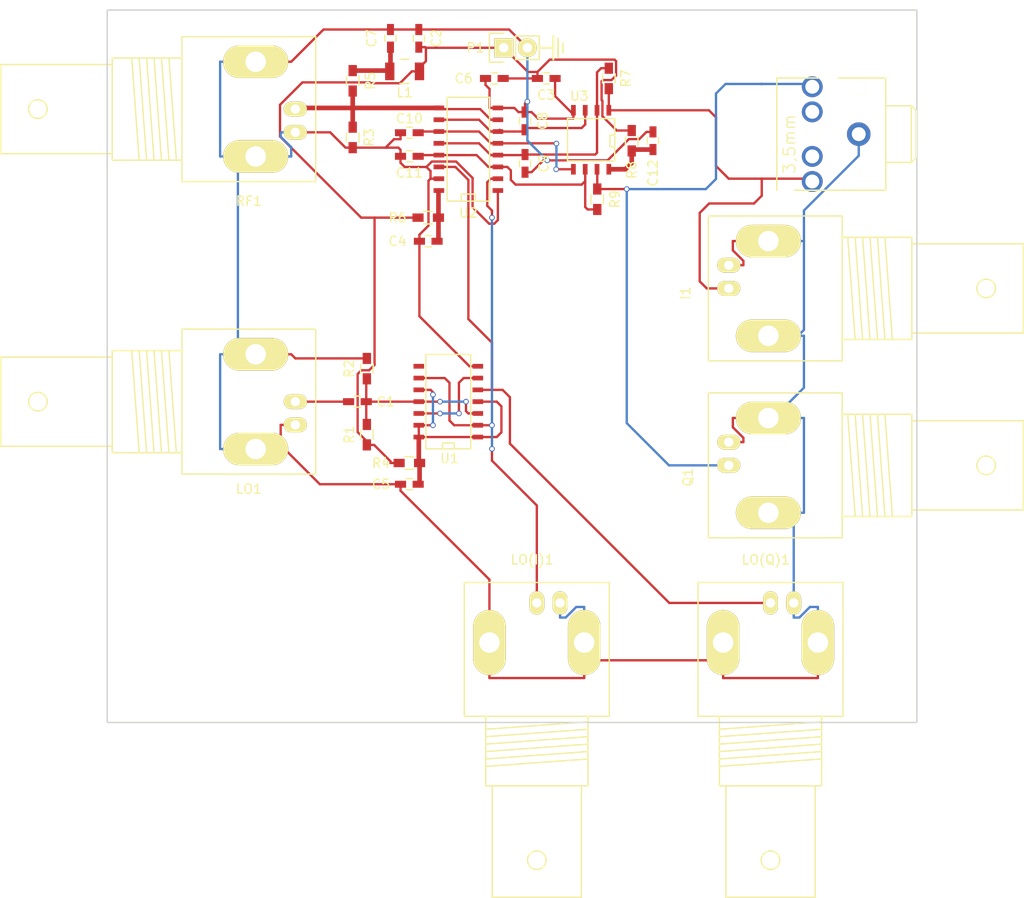
<source format=kicad_pcb>
(kicad_pcb (version 20171130) (host pcbnew "(5.1.12)-1")

  (general
    (thickness 1.6)
    (drawings 9)
    (tracks 366)
    (zones 0)
    (modules 33)
    (nets 22)
  )

  (page A4)
  (layers
    (0 F.Cu signal)
    (31 B.Cu signal)
    (32 B.Adhes user hide)
    (33 F.Adhes user hide)
    (34 B.Paste user)
    (35 F.Paste user)
    (36 B.SilkS user)
    (37 F.SilkS user)
    (38 B.Mask user)
    (39 F.Mask user)
    (40 Dwgs.User user)
    (41 Cmts.User user)
    (42 Eco1.User user)
    (43 Eco2.User user)
    (44 Edge.Cuts user)
    (45 Margin user)
    (46 B.CrtYd user)
    (47 F.CrtYd user)
    (48 B.Fab user)
    (49 F.Fab user)
  )

  (setup
    (last_trace_width 0.25)
    (user_trace_width 0.5)
    (trace_clearance 0.2)
    (zone_clearance 0.254)
    (zone_45_only no)
    (trace_min 0.2)
    (via_size 0.6)
    (via_drill 0.4)
    (via_min_size 0.4)
    (via_min_drill 0.3)
    (uvia_size 0.3)
    (uvia_drill 0.1)
    (uvias_allowed no)
    (uvia_min_size 0.2)
    (uvia_min_drill 0.1)
    (edge_width 0.15)
    (segment_width 0.2)
    (pcb_text_width 0.3)
    (pcb_text_size 1.5 1.5)
    (mod_edge_width 0.15)
    (mod_text_size 1 1)
    (mod_text_width 0.15)
    (pad_size 1.524 1.524)
    (pad_drill 0.762)
    (pad_to_mask_clearance 0.2)
    (aux_axis_origin 0 0)
    (visible_elements 7FFFFFFF)
    (pcbplotparams
      (layerselection 0x010f0_80000001)
      (usegerberextensions false)
      (usegerberattributes true)
      (usegerberadvancedattributes true)
      (creategerberjobfile true)
      (excludeedgelayer true)
      (linewidth 0.100000)
      (plotframeref false)
      (viasonmask false)
      (mode 1)
      (useauxorigin false)
      (hpglpennumber 1)
      (hpglpenspeed 20)
      (hpglpendiameter 15.000000)
      (psnegative false)
      (psa4output false)
      (plotreference true)
      (plotvalue false)
      (plotinvisibletext false)
      (padsonsilk false)
      (subtractmaskfromsilk false)
      (outputformat 1)
      (mirror false)
      (drillshape 0)
      (scaleselection 1)
      (outputdirectory "../Gerbers/"))
  )

  (net 0 "")
  (net 1 "Net-(C1-Pad1)")
  (net 2 "Net-(C1-Pad2)")
  (net 3 GND)
  (net 4 +5V)
  (net 5 "Net-(C4-Pad2)")
  (net 6 "Net-(C5-Pad1)")
  (net 7 "Net-(C7-Pad2)")
  (net 8 "Net-(C8-Pad2)")
  (net 9 "Net-(C9-Pad2)")
  (net 10 "Net-(C10-Pad2)")
  (net 11 "Net-(C11-Pad2)")
  (net 12 "Net-(C12-Pad2)")
  (net 13 "Net-(I1-Pad1)")
  (net 14 "Net-(J1-Pad3)")
  (net 15 "Net-(J1-Pad4)")
  (net 16 "Net-(J1-Pad5)")
  (net 17 "Net-(LO(I)1-Pad1)")
  (net 18 "Net-(LO(Q)1-Pad1)")
  (net 19 "Net-(R3-Pad2)")
  (net 20 "Net-(U1-Pad12)")
  (net 21 "Net-(U1-Pad8)")

  (net_class Default "This is the default net class."
    (clearance 0.2)
    (trace_width 0.25)
    (via_dia 0.6)
    (via_drill 0.4)
    (uvia_dia 0.3)
    (uvia_drill 0.1)
    (add_net +5V)
    (add_net GND)
    (add_net "Net-(C1-Pad1)")
    (add_net "Net-(C1-Pad2)")
    (add_net "Net-(C10-Pad2)")
    (add_net "Net-(C11-Pad2)")
    (add_net "Net-(C12-Pad2)")
    (add_net "Net-(C4-Pad2)")
    (add_net "Net-(C5-Pad1)")
    (add_net "Net-(C7-Pad2)")
    (add_net "Net-(C8-Pad2)")
    (add_net "Net-(C9-Pad2)")
    (add_net "Net-(I1-Pad1)")
    (add_net "Net-(J1-Pad3)")
    (add_net "Net-(J1-Pad4)")
    (add_net "Net-(J1-Pad5)")
    (add_net "Net-(LO(I)1-Pad1)")
    (add_net "Net-(LO(Q)1-Pad1)")
    (add_net "Net-(R3-Pad2)")
    (add_net "Net-(U1-Pad12)")
    (add_net "Net-(U1-Pad8)")
  )

  (module Capacitors_SMD:C_0603_HandSoldering (layer F.Cu) (tedit 57C6482D) (tstamp 57C6485C)
    (at 67.31 135.128 180)
    (descr "Capacitor SMD 0603, hand soldering")
    (tags "capacitor 0603")
    (path /57C692D5)
    (attr smd)
    (fp_text reference C1 (at -3.048 0 180) (layer F.SilkS)
      (effects (font (size 1 1) (thickness 0.15)))
    )
    (fp_text value 0.1uF (at 0 1.9 180) (layer F.Fab)
      (effects (font (size 1 1) (thickness 0.15)))
    )
    (fp_line (start 0.35 0.6) (end -0.35 0.6) (layer F.SilkS) (width 0.15))
    (fp_line (start -0.35 -0.6) (end 0.35 -0.6) (layer F.SilkS) (width 0.15))
    (fp_line (start 1.85 -0.75) (end 1.85 0.75) (layer F.CrtYd) (width 0.05))
    (fp_line (start -1.85 -0.75) (end -1.85 0.75) (layer F.CrtYd) (width 0.05))
    (fp_line (start -1.85 0.75) (end 1.85 0.75) (layer F.CrtYd) (width 0.05))
    (fp_line (start -1.85 -0.75) (end 1.85 -0.75) (layer F.CrtYd) (width 0.05))
    (pad 1 smd rect (at -0.95 0 180) (size 1.2 0.75) (layers F.Cu F.Paste F.Mask)
      (net 1 "Net-(C1-Pad1)"))
    (pad 2 smd rect (at 0.95 0 180) (size 1.2 0.75) (layers F.Cu F.Paste F.Mask)
      (net 2 "Net-(C1-Pad2)"))
    (model Capacitors_SMD.3dshapes/C_0603_HandSoldering.wrl
      (at (xyz 0 0 0))
      (scale (xyz 1 1 1))
      (rotate (xyz 0 0 0))
    )
  )

  (module Capacitors_SMD:C_0603_HandSoldering (layer F.Cu) (tedit 541A9B4D) (tstamp 57C64868)
    (at 73.914 96.012 270)
    (descr "Capacitor SMD 0603, hand soldering")
    (tags "capacitor 0603")
    (path /57C36D29)
    (attr smd)
    (fp_text reference C2 (at 0 -1.9 270) (layer F.SilkS)
      (effects (font (size 1 1) (thickness 0.15)))
    )
    (fp_text value 0.01uF (at 0 1.9 270) (layer F.Fab)
      (effects (font (size 1 1) (thickness 0.15)))
    )
    (fp_line (start 0.35 0.6) (end -0.35 0.6) (layer F.SilkS) (width 0.15))
    (fp_line (start -0.35 -0.6) (end 0.35 -0.6) (layer F.SilkS) (width 0.15))
    (fp_line (start 1.85 -0.75) (end 1.85 0.75) (layer F.CrtYd) (width 0.05))
    (fp_line (start -1.85 -0.75) (end -1.85 0.75) (layer F.CrtYd) (width 0.05))
    (fp_line (start -1.85 0.75) (end 1.85 0.75) (layer F.CrtYd) (width 0.05))
    (fp_line (start -1.85 -0.75) (end 1.85 -0.75) (layer F.CrtYd) (width 0.05))
    (pad 1 smd rect (at -0.95 0 270) (size 1.2 0.75) (layers F.Cu F.Paste F.Mask)
      (net 3 GND))
    (pad 2 smd rect (at 0.95 0 270) (size 1.2 0.75) (layers F.Cu F.Paste F.Mask)
      (net 4 +5V))
    (model Capacitors_SMD.3dshapes/C_0603_HandSoldering.wrl
      (at (xyz 0 0 0))
      (scale (xyz 1 1 1))
      (rotate (xyz 0 0 0))
    )
  )

  (module Capacitors_SMD:C_0603_HandSoldering (layer F.Cu) (tedit 57C65119) (tstamp 57C64874)
    (at 87.63 100.33 180)
    (descr "Capacitor SMD 0603, hand soldering")
    (tags "capacitor 0603")
    (path /57C69A13)
    (attr smd)
    (fp_text reference C3 (at 0 -1.778 180) (layer F.SilkS)
      (effects (font (size 1 1) (thickness 0.15)))
    )
    (fp_text value 0.01uF (at 0 1.9 180) (layer F.Fab)
      (effects (font (size 1 1) (thickness 0.15)))
    )
    (fp_line (start 0.35 0.6) (end -0.35 0.6) (layer F.SilkS) (width 0.15))
    (fp_line (start -0.35 -0.6) (end 0.35 -0.6) (layer F.SilkS) (width 0.15))
    (fp_line (start 1.85 -0.75) (end 1.85 0.75) (layer F.CrtYd) (width 0.05))
    (fp_line (start -1.85 -0.75) (end -1.85 0.75) (layer F.CrtYd) (width 0.05))
    (fp_line (start -1.85 0.75) (end 1.85 0.75) (layer F.CrtYd) (width 0.05))
    (fp_line (start -1.85 -0.75) (end 1.85 -0.75) (layer F.CrtYd) (width 0.05))
    (pad 1 smd rect (at -0.95 0 180) (size 1.2 0.75) (layers F.Cu F.Paste F.Mask)
      (net 3 GND))
    (pad 2 smd rect (at 0.95 0 180) (size 1.2 0.75) (layers F.Cu F.Paste F.Mask)
      (net 4 +5V))
    (model Capacitors_SMD.3dshapes/C_0603_HandSoldering.wrl
      (at (xyz 0 0 0))
      (scale (xyz 1 1 1))
      (rotate (xyz 0 0 0))
    )
  )

  (module Capacitors_SMD:C_0603_HandSoldering (layer F.Cu) (tedit 57C64B97) (tstamp 57C64880)
    (at 74.93 117.856)
    (descr "Capacitor SMD 0603, hand soldering")
    (tags "capacitor 0603")
    (path /57C36209)
    (attr smd)
    (fp_text reference C4 (at -3.302 0) (layer F.SilkS)
      (effects (font (size 1 1) (thickness 0.15)))
    )
    (fp_text value 0.1uF (at 0 1.9) (layer F.Fab)
      (effects (font (size 1 1) (thickness 0.15)))
    )
    (fp_line (start 0.35 0.6) (end -0.35 0.6) (layer F.SilkS) (width 0.15))
    (fp_line (start -0.35 -0.6) (end 0.35 -0.6) (layer F.SilkS) (width 0.15))
    (fp_line (start 1.85 -0.75) (end 1.85 0.75) (layer F.CrtYd) (width 0.05))
    (fp_line (start -1.85 -0.75) (end -1.85 0.75) (layer F.CrtYd) (width 0.05))
    (fp_line (start -1.85 0.75) (end 1.85 0.75) (layer F.CrtYd) (width 0.05))
    (fp_line (start -1.85 -0.75) (end 1.85 -0.75) (layer F.CrtYd) (width 0.05))
    (pad 1 smd rect (at -0.95 0) (size 1.2 0.75) (layers F.Cu F.Paste F.Mask)
      (net 3 GND))
    (pad 2 smd rect (at 0.95 0) (size 1.2 0.75) (layers F.Cu F.Paste F.Mask)
      (net 5 "Net-(C4-Pad2)"))
    (model Capacitors_SMD.3dshapes/C_0603_HandSoldering.wrl
      (at (xyz 0 0 0))
      (scale (xyz 1 1 1))
      (rotate (xyz 0 0 0))
    )
  )

  (module Capacitors_SMD:C_0603_HandSoldering (layer F.Cu) (tedit 57C64883) (tstamp 57C6488C)
    (at 72.898 144.018 180)
    (descr "Capacitor SMD 0603, hand soldering")
    (tags "capacitor 0603")
    (path /57C690F4)
    (attr smd)
    (fp_text reference C5 (at 3.048 0 180) (layer F.SilkS)
      (effects (font (size 1 1) (thickness 0.15)))
    )
    (fp_text value 0.1uF (at 0 1.9 180) (layer F.Fab)
      (effects (font (size 1 1) (thickness 0.15)))
    )
    (fp_line (start 0.35 0.6) (end -0.35 0.6) (layer F.SilkS) (width 0.15))
    (fp_line (start -0.35 -0.6) (end 0.35 -0.6) (layer F.SilkS) (width 0.15))
    (fp_line (start 1.85 -0.75) (end 1.85 0.75) (layer F.CrtYd) (width 0.05))
    (fp_line (start -1.85 -0.75) (end -1.85 0.75) (layer F.CrtYd) (width 0.05))
    (fp_line (start -1.85 0.75) (end 1.85 0.75) (layer F.CrtYd) (width 0.05))
    (fp_line (start -1.85 -0.75) (end 1.85 -0.75) (layer F.CrtYd) (width 0.05))
    (pad 1 smd rect (at -0.95 0 180) (size 1.2 0.75) (layers F.Cu F.Paste F.Mask)
      (net 6 "Net-(C5-Pad1)"))
    (pad 2 smd rect (at 0.95 0 180) (size 1.2 0.75) (layers F.Cu F.Paste F.Mask)
      (net 3 GND))
    (model Capacitors_SMD.3dshapes/C_0603_HandSoldering.wrl
      (at (xyz 0 0 0))
      (scale (xyz 1 1 1))
      (rotate (xyz 0 0 0))
    )
  )

  (module Capacitors_SMD:C_0603_HandSoldering (layer F.Cu) (tedit 57C65112) (tstamp 57C64898)
    (at 82.042 100.33)
    (descr "Capacitor SMD 0603, hand soldering")
    (tags "capacitor 0603")
    (path /57C69C3B)
    (attr smd)
    (fp_text reference C6 (at -3.302 0) (layer F.SilkS)
      (effects (font (size 1 1) (thickness 0.15)))
    )
    (fp_text value 10uF (at 0 1.9) (layer F.Fab)
      (effects (font (size 1 1) (thickness 0.15)))
    )
    (fp_line (start 0.35 0.6) (end -0.35 0.6) (layer F.SilkS) (width 0.15))
    (fp_line (start -0.35 -0.6) (end 0.35 -0.6) (layer F.SilkS) (width 0.15))
    (fp_line (start 1.85 -0.75) (end 1.85 0.75) (layer F.CrtYd) (width 0.05))
    (fp_line (start -1.85 -0.75) (end -1.85 0.75) (layer F.CrtYd) (width 0.05))
    (fp_line (start -1.85 0.75) (end 1.85 0.75) (layer F.CrtYd) (width 0.05))
    (fp_line (start -1.85 -0.75) (end 1.85 -0.75) (layer F.CrtYd) (width 0.05))
    (pad 1 smd rect (at -0.95 0) (size 1.2 0.75) (layers F.Cu F.Paste F.Mask)
      (net 3 GND))
    (pad 2 smd rect (at 0.95 0) (size 1.2 0.75) (layers F.Cu F.Paste F.Mask)
      (net 4 +5V))
    (model Capacitors_SMD.3dshapes/C_0603_HandSoldering.wrl
      (at (xyz 0 0 0))
      (scale (xyz 1 1 1))
      (rotate (xyz 0 0 0))
    )
  )

  (module Capacitors_SMD:C_0603_HandSoldering (layer F.Cu) (tedit 57C64B3A) (tstamp 57C648A4)
    (at 70.866 96.012 270)
    (descr "Capacitor SMD 0603, hand soldering")
    (tags "capacitor 0603")
    (path /57C696D3)
    (attr smd)
    (fp_text reference C7 (at 0 2.032 270) (layer F.SilkS)
      (effects (font (size 1 1) (thickness 0.15)))
    )
    (fp_text value 0.01uF (at 0 1.9 270) (layer F.Fab)
      (effects (font (size 1 1) (thickness 0.15)))
    )
    (fp_line (start 0.35 0.6) (end -0.35 0.6) (layer F.SilkS) (width 0.15))
    (fp_line (start -0.35 -0.6) (end 0.35 -0.6) (layer F.SilkS) (width 0.15))
    (fp_line (start 1.85 -0.75) (end 1.85 0.75) (layer F.CrtYd) (width 0.05))
    (fp_line (start -1.85 -0.75) (end -1.85 0.75) (layer F.CrtYd) (width 0.05))
    (fp_line (start -1.85 0.75) (end 1.85 0.75) (layer F.CrtYd) (width 0.05))
    (fp_line (start -1.85 -0.75) (end 1.85 -0.75) (layer F.CrtYd) (width 0.05))
    (pad 1 smd rect (at -0.95 0 270) (size 1.2 0.75) (layers F.Cu F.Paste F.Mask)
      (net 3 GND))
    (pad 2 smd rect (at 0.95 0 270) (size 1.2 0.75) (layers F.Cu F.Paste F.Mask)
      (net 7 "Net-(C7-Pad2)"))
    (model Capacitors_SMD.3dshapes/C_0603_HandSoldering.wrl
      (at (xyz 0 0 0))
      (scale (xyz 1 1 1))
      (rotate (xyz 0 0 0))
    )
  )

  (module Capacitors_SMD:C_0603_HandSoldering (layer F.Cu) (tedit 541A9B4D) (tstamp 57C648B0)
    (at 85.344 104.902 270)
    (descr "Capacitor SMD 0603, hand soldering")
    (tags "capacitor 0603")
    (path /57C68B87)
    (attr smd)
    (fp_text reference C8 (at 0 -1.9 270) (layer F.SilkS)
      (effects (font (size 1 1) (thickness 0.15)))
    )
    (fp_text value 0.1uF (at 0 1.9 270) (layer F.Fab)
      (effects (font (size 1 1) (thickness 0.15)))
    )
    (fp_line (start 0.35 0.6) (end -0.35 0.6) (layer F.SilkS) (width 0.15))
    (fp_line (start -0.35 -0.6) (end 0.35 -0.6) (layer F.SilkS) (width 0.15))
    (fp_line (start 1.85 -0.75) (end 1.85 0.75) (layer F.CrtYd) (width 0.05))
    (fp_line (start -1.85 -0.75) (end -1.85 0.75) (layer F.CrtYd) (width 0.05))
    (fp_line (start -1.85 0.75) (end 1.85 0.75) (layer F.CrtYd) (width 0.05))
    (fp_line (start -1.85 -0.75) (end 1.85 -0.75) (layer F.CrtYd) (width 0.05))
    (pad 1 smd rect (at -0.95 0 270) (size 1.2 0.75) (layers F.Cu F.Paste F.Mask)
      (net 3 GND))
    (pad 2 smd rect (at 0.95 0 270) (size 1.2 0.75) (layers F.Cu F.Paste F.Mask)
      (net 8 "Net-(C8-Pad2)"))
    (model Capacitors_SMD.3dshapes/C_0603_HandSoldering.wrl
      (at (xyz 0 0 0))
      (scale (xyz 1 1 1))
      (rotate (xyz 0 0 0))
    )
  )

  (module Capacitors_SMD:C_0603_HandSoldering (layer F.Cu) (tedit 57C64D7B) (tstamp 57C648BC)
    (at 85.344 109.474 90)
    (descr "Capacitor SMD 0603, hand soldering")
    (tags "capacitor 0603")
    (path /57C68E18)
    (attr smd)
    (fp_text reference C9 (at 0 2.032 90) (layer F.SilkS)
      (effects (font (size 1 1) (thickness 0.15)))
    )
    (fp_text value 0.1uF (at 0 1.9 90) (layer F.Fab)
      (effects (font (size 1 1) (thickness 0.15)))
    )
    (fp_line (start 0.35 0.6) (end -0.35 0.6) (layer F.SilkS) (width 0.15))
    (fp_line (start -0.35 -0.6) (end 0.35 -0.6) (layer F.SilkS) (width 0.15))
    (fp_line (start 1.85 -0.75) (end 1.85 0.75) (layer F.CrtYd) (width 0.05))
    (fp_line (start -1.85 -0.75) (end -1.85 0.75) (layer F.CrtYd) (width 0.05))
    (fp_line (start -1.85 0.75) (end 1.85 0.75) (layer F.CrtYd) (width 0.05))
    (fp_line (start -1.85 -0.75) (end 1.85 -0.75) (layer F.CrtYd) (width 0.05))
    (pad 1 smd rect (at -0.95 0 90) (size 1.2 0.75) (layers F.Cu F.Paste F.Mask)
      (net 3 GND))
    (pad 2 smd rect (at 0.95 0 90) (size 1.2 0.75) (layers F.Cu F.Paste F.Mask)
      (net 9 "Net-(C9-Pad2)"))
    (model Capacitors_SMD.3dshapes/C_0603_HandSoldering.wrl
      (at (xyz 0 0 0))
      (scale (xyz 1 1 1))
      (rotate (xyz 0 0 0))
    )
  )

  (module Capacitors_SMD:C_0603_HandSoldering (layer F.Cu) (tedit 57C64D67) (tstamp 57C648C8)
    (at 72.898 106.172)
    (descr "Capacitor SMD 0603, hand soldering")
    (tags "capacitor 0603")
    (path /57C68E8F)
    (attr smd)
    (fp_text reference C10 (at 0 -1.524) (layer F.SilkS)
      (effects (font (size 1 1) (thickness 0.15)))
    )
    (fp_text value 0.1uF (at 0 1.9) (layer F.Fab)
      (effects (font (size 1 1) (thickness 0.15)))
    )
    (fp_line (start 0.35 0.6) (end -0.35 0.6) (layer F.SilkS) (width 0.15))
    (fp_line (start -0.35 -0.6) (end 0.35 -0.6) (layer F.SilkS) (width 0.15))
    (fp_line (start 1.85 -0.75) (end 1.85 0.75) (layer F.CrtYd) (width 0.05))
    (fp_line (start -1.85 -0.75) (end -1.85 0.75) (layer F.CrtYd) (width 0.05))
    (fp_line (start -1.85 0.75) (end 1.85 0.75) (layer F.CrtYd) (width 0.05))
    (fp_line (start -1.85 -0.75) (end 1.85 -0.75) (layer F.CrtYd) (width 0.05))
    (pad 1 smd rect (at -0.95 0) (size 1.2 0.75) (layers F.Cu F.Paste F.Mask)
      (net 3 GND))
    (pad 2 smd rect (at 0.95 0) (size 1.2 0.75) (layers F.Cu F.Paste F.Mask)
      (net 10 "Net-(C10-Pad2)"))
    (model Capacitors_SMD.3dshapes/C_0603_HandSoldering.wrl
      (at (xyz 0 0 0))
      (scale (xyz 1 1 1))
      (rotate (xyz 0 0 0))
    )
  )

  (module Capacitors_SMD:C_0603_HandSoldering (layer F.Cu) (tedit 57C64D6C) (tstamp 57C648D4)
    (at 72.898 108.712)
    (descr "Capacitor SMD 0603, hand soldering")
    (tags "capacitor 0603")
    (path /57C68F7F)
    (attr smd)
    (fp_text reference C11 (at 0 1.778) (layer F.SilkS)
      (effects (font (size 1 1) (thickness 0.15)))
    )
    (fp_text value 0.1uF (at 0 1.9) (layer F.Fab)
      (effects (font (size 1 1) (thickness 0.15)))
    )
    (fp_line (start 0.35 0.6) (end -0.35 0.6) (layer F.SilkS) (width 0.15))
    (fp_line (start -0.35 -0.6) (end 0.35 -0.6) (layer F.SilkS) (width 0.15))
    (fp_line (start 1.85 -0.75) (end 1.85 0.75) (layer F.CrtYd) (width 0.05))
    (fp_line (start -1.85 -0.75) (end -1.85 0.75) (layer F.CrtYd) (width 0.05))
    (fp_line (start -1.85 0.75) (end 1.85 0.75) (layer F.CrtYd) (width 0.05))
    (fp_line (start -1.85 -0.75) (end 1.85 -0.75) (layer F.CrtYd) (width 0.05))
    (pad 1 smd rect (at -0.95 0) (size 1.2 0.75) (layers F.Cu F.Paste F.Mask)
      (net 3 GND))
    (pad 2 smd rect (at 0.95 0) (size 1.2 0.75) (layers F.Cu F.Paste F.Mask)
      (net 11 "Net-(C11-Pad2)"))
    (model Capacitors_SMD.3dshapes/C_0603_HandSoldering.wrl
      (at (xyz 0 0 0))
      (scale (xyz 1 1 1))
      (rotate (xyz 0 0 0))
    )
  )

  (module Capacitors_SMD:C_0603_HandSoldering (layer F.Cu) (tedit 57C64FC8) (tstamp 57C648E0)
    (at 99.1108 107.036 270)
    (descr "Capacitor SMD 0603, hand soldering")
    (tags "capacitor 0603")
    (path /57C6946F)
    (attr smd)
    (fp_text reference C12 (at 3.4798 0 270) (layer F.SilkS)
      (effects (font (size 1 1) (thickness 0.15)))
    )
    (fp_text value 0.1uF (at 0 1.9 270) (layer F.Fab)
      (effects (font (size 1 1) (thickness 0.15)))
    )
    (fp_line (start 0.35 0.6) (end -0.35 0.6) (layer F.SilkS) (width 0.15))
    (fp_line (start -0.35 -0.6) (end 0.35 -0.6) (layer F.SilkS) (width 0.15))
    (fp_line (start 1.85 -0.75) (end 1.85 0.75) (layer F.CrtYd) (width 0.05))
    (fp_line (start -1.85 -0.75) (end -1.85 0.75) (layer F.CrtYd) (width 0.05))
    (fp_line (start -1.85 0.75) (end 1.85 0.75) (layer F.CrtYd) (width 0.05))
    (fp_line (start -1.85 -0.75) (end 1.85 -0.75) (layer F.CrtYd) (width 0.05))
    (pad 1 smd rect (at -0.95 0 270) (size 1.2 0.75) (layers F.Cu F.Paste F.Mask)
      (net 3 GND))
    (pad 2 smd rect (at 0.95 0 270) (size 1.2 0.75) (layers F.Cu F.Paste F.Mask)
      (net 12 "Net-(C12-Pad2)"))
    (model Capacitors_SMD.3dshapes/C_0603_HandSoldering.wrl
      (at (xyz 0 0 0))
      (scale (xyz 1 1 1))
      (rotate (xyz 0 0 0))
    )
  )

  (module Sockets_BNC:BNC_Socket_TYCO-AMP_LargePads (layer F.Cu) (tedit 0) (tstamp 57C648F9)
    (at 112.268 122.936 270)
    (descr "BNC Socket TYCO AMP")
    (tags "BNC Socket TYCO AMP")
    (path /57C65532)
    (fp_text reference I1 (at 0.508 9.652 270) (layer F.SilkS)
      (effects (font (size 1 1) (thickness 0.15)))
    )
    (fp_text value BNC (at 10.89914 -9.6012) (layer F.Fab)
      (effects (font (size 1 1) (thickness 0.15)))
    )
    (fp_circle (center 0 -22.69998) (end 1.00076 -22.69998) (layer F.SilkS) (width 0.15))
    (fp_line (start -7.80034 -7.2009) (end -7.80034 7.2009) (layer F.SilkS) (width 0.15))
    (fp_line (start 7.80034 -7.2009) (end -7.80034 -7.2009) (layer F.SilkS) (width 0.15))
    (fp_line (start 7.80034 7.2009) (end 7.80034 -7.2009) (layer F.SilkS) (width 0.15))
    (fp_line (start -7.80034 7.2009) (end 7.80034 7.2009) (layer F.SilkS) (width 0.15))
    (fp_line (start -5.4991 -14.69898) (end -5.4991 -7.2009) (layer F.SilkS) (width 0.15))
    (fp_line (start 5.4991 -14.69898) (end -5.4991 -14.69898) (layer F.SilkS) (width 0.15))
    (fp_line (start 5.4991 -7.2009) (end 5.4991 -14.69898) (layer F.SilkS) (width 0.15))
    (fp_line (start -4.8006 -26.70048) (end -4.8006 -14.69898) (layer F.SilkS) (width 0.15))
    (fp_line (start 4.8006 -26.70048) (end -4.8006 -26.70048) (layer F.SilkS) (width 0.15))
    (fp_line (start 4.8006 -14.69898) (end 4.8006 -26.70048) (layer F.SilkS) (width 0.15))
    (fp_line (start -5.4991 -7.80034) (end 5.4991 -8.60044) (layer F.SilkS) (width 0.15))
    (fp_line (start -5.4991 -8.60044) (end 5.4991 -9.40054) (layer F.SilkS) (width 0.15))
    (fp_line (start -5.4991 -9.40054) (end 5.4991 -10.20064) (layer F.SilkS) (width 0.15))
    (fp_line (start -5.4991 -10.20064) (end 5.4991 -11.00074) (layer F.SilkS) (width 0.15))
    (fp_line (start -5.4991 -11.00074) (end 5.4991 -11.80084) (layer F.SilkS) (width 0.15))
    (fp_line (start -5.4991 -11.80084) (end 5.4991 -12.60094) (layer F.SilkS) (width 0.15))
    (pad 2 thru_hole oval (at -5.09778 0.7366 270) (size 3.50012 7.00024) (drill 2.19964) (layers *.Cu *.Mask F.SilkS)
      (net 3 GND))
    (pad 2 thru_hole oval (at 5.10032 0.7366 270) (size 3.50012 7.00024) (drill 2.19964) (layers *.Cu *.Mask F.SilkS)
      (net 3 GND))
    (pad 1 thru_hole oval (at 0 5.00126 270) (size 1.6002 2.49936) (drill 1.00076) (layers *.Cu *.Mask F.SilkS)
      (net 13 "Net-(I1-Pad1)"))
    (pad 2 thru_hole oval (at -2.49936 5.00126 270) (size 1.6002 2.49936) (drill 1.00076) (layers *.Cu *.Mask F.SilkS)
      (net 3 GND))
    (model Sockets_BNC.3dshapes/BNC_Socket_TYCO-AMP_LargePads.wrl
      (at (xyz 0 0 0))
      (scale (xyz 0.3937 0.3937 0.3937))
      (rotate (xyz 0 0 0))
    )
  )

  (module STX3100-5N:STX3100 (layer F.Cu) (tedit 0) (tstamp 57C64927)
    (at 123.952 106.426 180)
    (descr "<b>MIC/HEADPHONE JACK</b><p>")
    (path /57C45D44)
    (fp_text reference J1 (at 4.52374 -5.6134 180) (layer Eco1.User)
      (effects (font (size 1.27 1.27) (thickness 0.127)))
    )
    (fp_text value STX-3100-5N (at 5.15874 8.35406 180) (layer Eco1.User)
      (effects (font (size 1.27 1.27) (thickness 0.127)))
    )
    (fp_line (start 6.72592 0.98806) (end 5.58292 0.98806) (layer Cmts.User) (width 0.1524))
    (fp_line (start 4.31292 -0.7874) (end 5.58292 -0.7874) (layer Cmts.User) (width 0.1524))
    (fp_line (start 4.31292 0.98806) (end 3.55092 0.98806) (layer Cmts.User) (width 0.1524))
    (fp_line (start 3.55092 -0.7874) (end 4.31292 -0.7874) (layer Cmts.User) (width 0.1524))
    (fp_line (start 4.31292 -0.7874) (end 4.31292 0.98806) (layer Cmts.User) (width 0.1524))
    (fp_line (start 5.58292 0.98806) (end 4.31292 0.98806) (layer Cmts.User) (width 0.1524))
    (fp_line (start 5.58292 -0.7874) (end 6.72592 -0.7874) (layer Cmts.User) (width 0.1524))
    (fp_line (start 5.58292 -0.7874) (end 5.58292 0.98806) (layer Cmts.User) (width 0.1524))
    (fp_line (start 3.55092 0.98806) (end 3.55092 1.75006) (layer Cmts.User) (width 0.1524))
    (fp_line (start 3.55092 -0.7874) (end 3.55092 0.98806) (layer Cmts.User) (width 0.1524))
    (fp_line (start 3.55092 -1.5494) (end 3.55092 -0.7874) (layer Cmts.User) (width 0.1524))
    (fp_line (start 6.72592 0.98806) (end 7.48792 0.60706) (layer Cmts.User) (width 0.1524))
    (fp_line (start 7.48792 -0.4064) (end 7.48792 0.60706) (layer Cmts.User) (width 0.1524))
    (fp_line (start 7.48792 -0.4064) (end 6.72592 -0.7874) (layer Cmts.User) (width 0.1524))
    (fp_line (start -0.12954 1.75006) (end -0.12954 -1.5494) (layer Cmts.User) (width 0.1524))
    (fp_line (start 3.55092 -1.5494) (end -0.12954 -1.5494) (layer Cmts.User) (width 0.1524))
    (fp_line (start -0.12954 1.75006) (end 3.55092 1.75006) (layer Cmts.User) (width 0.1524))
    (fp_line (start 9.60374 -5.94106) (end -0.21082 -5.94106) (layer F.SilkS) (width 0.1524))
    (fp_line (start 11.50874 -5.94106) (end 9.60374 -5.94106) (layer Cmts.User) (width 0.1524))
    (fp_line (start 11.51128 -5.94106) (end 11.50874 -5.94106) (layer F.SilkS) (width 0.1524))
    (fp_line (start 7.06374 6.14172) (end 11.51128 6.14172) (layer F.SilkS) (width 0.1524))
    (fp_line (start 4.80568 6.14172) (end 6.96468 6.14172) (layer Cmts.User) (width 0.1524))
    (fp_line (start -0.21082 6.14172) (end 4.90474 6.14172) (layer F.SilkS) (width 0.1524))
    (fp_line (start -2.9591 3.14706) (end -2.9591 -2.9464) (layer F.SilkS) (width 0.1524))
    (fp_line (start -3.4671 2.63906) (end -3.4671 -2.4384) (layer F.SilkS) (width 0.1524))
    (fp_line (start -2.9591 3.14706) (end -3.4671 2.63906) (layer F.SilkS) (width 0.1524))
    (fp_line (start -2.9591 -2.9464) (end -3.4671 -2.4384) (layer F.SilkS) (width 0.1524))
    (fp_line (start -0.21082 -2.9464) (end -0.21082 -5.94106) (layer F.SilkS) (width 0.1524))
    (fp_line (start -0.21082 3.14706) (end -0.21082 -2.9464) (layer F.SilkS) (width 0.1524))
    (fp_line (start -2.9591 3.14706) (end -0.21082 3.14706) (layer F.SilkS) (width 0.1524))
    (fp_line (start -0.21082 -2.9464) (end -2.9591 -2.9464) (layer F.SilkS) (width 0.1524))
    (fp_line (start 11.51128 -5.94106) (end 11.51128 6.14172) (layer F.SilkS) (width 0.1524))
    (fp_line (start -0.21082 6.14172) (end -0.21082 3.14706) (layer F.SilkS) (width 0.1524))
    (fp_text user 3,5mm (at 10.15492 -0.98044 270) (layer F.SilkS)
      (effects (font (size 1.27 1.27) (thickness 0.127)))
    )
    (pad Hole np_thru_hole circle (at 2.69748 -4.89966 180) (size 1.4986 1.4986) (drill 1.4986) (layers *.Cu *.Mask F.SilkS))
    (pad Hole np_thru_hole circle (at 2.69748 5.09778 180) (size 1.4986 1.4986) (drill 1.4986) (layers *.Cu *.Mask F.SilkS))
    (pad Hole np_thru_hole circle (at 7.69874 0.09906 180) (size 1.4986 1.4986) (drill 1.4986) (layers *.Cu *.Mask F.SilkS))
    (pad 1 thru_hole oval (at 2.69748 0.09906 180) (size 2.54 2.54) (drill 1.4986) (layers *.Cu *.Mask)
      (net 3 GND))
    (pad 3 thru_hole oval (at 7.69874 -2.2987 180) (size 2.2479 2.2479) (drill 1.4986) (layers *.Cu *.Mask)
      (net 14 "Net-(J1-Pad3)"))
    (pad 4 thru_hole oval (at 7.69874 2.49936 180) (size 2.2479 2.2479) (drill 1.4986) (layers *.Cu *.Mask)
      (net 15 "Net-(J1-Pad4)"))
    (pad 5 thru_hole oval (at 7.69874 5.19938 180) (size 2.2479 2.2479) (drill 1.4986) (layers *.Cu *.Mask)
      (net 16 "Net-(J1-Pad5)"))
    (pad 2 thru_hole oval (at 7.69874 -4.99872 180) (size 2.2479 2.2479) (drill 1.4986) (layers *.Cu *.Mask)
      (net 13 "Net-(I1-Pad1)"))
  )

  (module Inductors_NEOSID:Neosid_Inductor_SM-NE30_SMD1210 (layer F.Cu) (tedit 57C64B40) (tstamp 57C6492F)
    (at 72.39 99.568 180)
    (descr "Neosid, Inductor, SM-NE30, SMD1210, Festinduktivitaet, SMD,")
    (tags "Neosid, Inductor, SM-NE30, SMD1210, Festinduktivitaet, SMD,")
    (path /57C36C03)
    (attr smd)
    (fp_text reference L1 (at 0 -2.286 180) (layer F.SilkS)
      (effects (font (size 1 1) (thickness 0.15)))
    )
    (fp_text value 470uH (at 0 3.2004 180) (layer F.Fab)
      (effects (font (size 1 1) (thickness 0.15)))
    )
    (fp_line (start 0.50038 -1.30048) (end -0.50038 -1.30048) (layer F.SilkS) (width 0.15))
    (fp_line (start 0.50038 1.30048) (end -0.50038 1.30048) (layer F.SilkS) (width 0.15))
    (pad 2 smd rect (at 1.6002 0 180) (size 1.00076 1.89992) (layers F.Cu F.Paste F.Mask)
      (net 7 "Net-(C7-Pad2)"))
    (pad 1 smd rect (at -1.6002 0 180) (size 1.00076 1.89992) (layers F.Cu F.Paste F.Mask)
      (net 4 +5V))
  )

  (module Sockets_BNC:BNC_Socket_TYCO-AMP_LargePads (layer F.Cu) (tedit 0) (tstamp 57C64948)
    (at 86.614 161.798 180)
    (descr "BNC Socket TYCO AMP")
    (tags "BNC Socket TYCO AMP")
    (path /57C652ED)
    (fp_text reference "LO(I)1" (at 0.508 9.652 180) (layer F.SilkS)
      (effects (font (size 1 1) (thickness 0.15)))
    )
    (fp_text value BNC (at 10.89914 -9.6012 270) (layer F.Fab)
      (effects (font (size 1 1) (thickness 0.15)))
    )
    (fp_circle (center 0 -22.69998) (end 1.00076 -22.69998) (layer F.SilkS) (width 0.15))
    (fp_line (start -7.80034 -7.2009) (end -7.80034 7.2009) (layer F.SilkS) (width 0.15))
    (fp_line (start 7.80034 -7.2009) (end -7.80034 -7.2009) (layer F.SilkS) (width 0.15))
    (fp_line (start 7.80034 7.2009) (end 7.80034 -7.2009) (layer F.SilkS) (width 0.15))
    (fp_line (start -7.80034 7.2009) (end 7.80034 7.2009) (layer F.SilkS) (width 0.15))
    (fp_line (start -5.4991 -14.69898) (end -5.4991 -7.2009) (layer F.SilkS) (width 0.15))
    (fp_line (start 5.4991 -14.69898) (end -5.4991 -14.69898) (layer F.SilkS) (width 0.15))
    (fp_line (start 5.4991 -7.2009) (end 5.4991 -14.69898) (layer F.SilkS) (width 0.15))
    (fp_line (start -4.8006 -26.70048) (end -4.8006 -14.69898) (layer F.SilkS) (width 0.15))
    (fp_line (start 4.8006 -26.70048) (end -4.8006 -26.70048) (layer F.SilkS) (width 0.15))
    (fp_line (start 4.8006 -14.69898) (end 4.8006 -26.70048) (layer F.SilkS) (width 0.15))
    (fp_line (start -5.4991 -7.80034) (end 5.4991 -8.60044) (layer F.SilkS) (width 0.15))
    (fp_line (start -5.4991 -8.60044) (end 5.4991 -9.40054) (layer F.SilkS) (width 0.15))
    (fp_line (start -5.4991 -9.40054) (end 5.4991 -10.20064) (layer F.SilkS) (width 0.15))
    (fp_line (start -5.4991 -10.20064) (end 5.4991 -11.00074) (layer F.SilkS) (width 0.15))
    (fp_line (start -5.4991 -11.00074) (end 5.4991 -11.80084) (layer F.SilkS) (width 0.15))
    (fp_line (start -5.4991 -11.80084) (end 5.4991 -12.60094) (layer F.SilkS) (width 0.15))
    (pad 2 thru_hole oval (at -5.09778 0.7366 180) (size 3.50012 7.00024) (drill 2.19964) (layers *.Cu *.Mask F.SilkS)
      (net 3 GND))
    (pad 2 thru_hole oval (at 5.10032 0.7366 180) (size 3.50012 7.00024) (drill 2.19964) (layers *.Cu *.Mask F.SilkS)
      (net 3 GND))
    (pad 1 thru_hole oval (at 0 5.00126 180) (size 1.6002 2.49936) (drill 1.00076) (layers *.Cu *.Mask F.SilkS)
      (net 17 "Net-(LO(I)1-Pad1)"))
    (pad 2 thru_hole oval (at -2.49936 5.00126 180) (size 1.6002 2.49936) (drill 1.00076) (layers *.Cu *.Mask F.SilkS)
      (net 3 GND))
    (model Sockets_BNC.3dshapes/BNC_Socket_TYCO-AMP_LargePads.wrl
      (at (xyz 0 0 0))
      (scale (xyz 0.3937 0.3937 0.3937))
      (rotate (xyz 0 0 0))
    )
  )

  (module Sockets_BNC:BNC_Socket_TYCO-AMP_LargePads (layer F.Cu) (tedit 0) (tstamp 57C64961)
    (at 111.76 161.798 180)
    (descr "BNC Socket TYCO AMP")
    (tags "BNC Socket TYCO AMP")
    (path /57C65430)
    (fp_text reference "LO(Q)1" (at 0.508 9.652 180) (layer F.SilkS)
      (effects (font (size 1 1) (thickness 0.15)))
    )
    (fp_text value BNC (at 10.89914 -9.6012 270) (layer F.Fab)
      (effects (font (size 1 1) (thickness 0.15)))
    )
    (fp_circle (center 0 -22.69998) (end 1.00076 -22.69998) (layer F.SilkS) (width 0.15))
    (fp_line (start -7.80034 -7.2009) (end -7.80034 7.2009) (layer F.SilkS) (width 0.15))
    (fp_line (start 7.80034 -7.2009) (end -7.80034 -7.2009) (layer F.SilkS) (width 0.15))
    (fp_line (start 7.80034 7.2009) (end 7.80034 -7.2009) (layer F.SilkS) (width 0.15))
    (fp_line (start -7.80034 7.2009) (end 7.80034 7.2009) (layer F.SilkS) (width 0.15))
    (fp_line (start -5.4991 -14.69898) (end -5.4991 -7.2009) (layer F.SilkS) (width 0.15))
    (fp_line (start 5.4991 -14.69898) (end -5.4991 -14.69898) (layer F.SilkS) (width 0.15))
    (fp_line (start 5.4991 -7.2009) (end 5.4991 -14.69898) (layer F.SilkS) (width 0.15))
    (fp_line (start -4.8006 -26.70048) (end -4.8006 -14.69898) (layer F.SilkS) (width 0.15))
    (fp_line (start 4.8006 -26.70048) (end -4.8006 -26.70048) (layer F.SilkS) (width 0.15))
    (fp_line (start 4.8006 -14.69898) (end 4.8006 -26.70048) (layer F.SilkS) (width 0.15))
    (fp_line (start -5.4991 -7.80034) (end 5.4991 -8.60044) (layer F.SilkS) (width 0.15))
    (fp_line (start -5.4991 -8.60044) (end 5.4991 -9.40054) (layer F.SilkS) (width 0.15))
    (fp_line (start -5.4991 -9.40054) (end 5.4991 -10.20064) (layer F.SilkS) (width 0.15))
    (fp_line (start -5.4991 -10.20064) (end 5.4991 -11.00074) (layer F.SilkS) (width 0.15))
    (fp_line (start -5.4991 -11.00074) (end 5.4991 -11.80084) (layer F.SilkS) (width 0.15))
    (fp_line (start -5.4991 -11.80084) (end 5.4991 -12.60094) (layer F.SilkS) (width 0.15))
    (pad 2 thru_hole oval (at -5.09778 0.7366 180) (size 3.50012 7.00024) (drill 2.19964) (layers *.Cu *.Mask F.SilkS)
      (net 3 GND))
    (pad 2 thru_hole oval (at 5.10032 0.7366 180) (size 3.50012 7.00024) (drill 2.19964) (layers *.Cu *.Mask F.SilkS)
      (net 3 GND))
    (pad 1 thru_hole oval (at 0 5.00126 180) (size 1.6002 2.49936) (drill 1.00076) (layers *.Cu *.Mask F.SilkS)
      (net 18 "Net-(LO(Q)1-Pad1)"))
    (pad 2 thru_hole oval (at -2.49936 5.00126 180) (size 1.6002 2.49936) (drill 1.00076) (layers *.Cu *.Mask F.SilkS)
      (net 3 GND))
    (model Sockets_BNC.3dshapes/BNC_Socket_TYCO-AMP_LargePads.wrl
      (at (xyz 0 0 0))
      (scale (xyz 0.3937 0.3937 0.3937))
      (rotate (xyz 0 0 0))
    )
  )

  (module Sockets_BNC:BNC_Socket_TYCO-AMP_LargePads (layer F.Cu) (tedit 57C647A2) (tstamp 57C6497A)
    (at 55.626 135.128 90)
    (descr "BNC Socket TYCO AMP")
    (tags "BNC Socket TYCO AMP")
    (path /57C651E1)
    (fp_text reference LO1 (at -9.398 0 180) (layer F.SilkS)
      (effects (font (size 1 1) (thickness 0.15)))
    )
    (fp_text value BNC (at 10.89914 -9.6012 180) (layer F.Fab)
      (effects (font (size 1 1) (thickness 0.15)))
    )
    (fp_circle (center 0 -22.69998) (end 1.00076 -22.69998) (layer F.SilkS) (width 0.15))
    (fp_line (start -7.80034 -7.2009) (end -7.80034 7.2009) (layer F.SilkS) (width 0.15))
    (fp_line (start 7.80034 -7.2009) (end -7.80034 -7.2009) (layer F.SilkS) (width 0.15))
    (fp_line (start 7.80034 7.2009) (end 7.80034 -7.2009) (layer F.SilkS) (width 0.15))
    (fp_line (start -7.80034 7.2009) (end 7.80034 7.2009) (layer F.SilkS) (width 0.15))
    (fp_line (start -5.4991 -14.69898) (end -5.4991 -7.2009) (layer F.SilkS) (width 0.15))
    (fp_line (start 5.4991 -14.69898) (end -5.4991 -14.69898) (layer F.SilkS) (width 0.15))
    (fp_line (start 5.4991 -7.2009) (end 5.4991 -14.69898) (layer F.SilkS) (width 0.15))
    (fp_line (start -4.8006 -26.70048) (end -4.8006 -14.69898) (layer F.SilkS) (width 0.15))
    (fp_line (start 4.8006 -26.70048) (end -4.8006 -26.70048) (layer F.SilkS) (width 0.15))
    (fp_line (start 4.8006 -14.69898) (end 4.8006 -26.70048) (layer F.SilkS) (width 0.15))
    (fp_line (start -5.4991 -7.80034) (end 5.4991 -8.60044) (layer F.SilkS) (width 0.15))
    (fp_line (start -5.4991 -8.60044) (end 5.4991 -9.40054) (layer F.SilkS) (width 0.15))
    (fp_line (start -5.4991 -9.40054) (end 5.4991 -10.20064) (layer F.SilkS) (width 0.15))
    (fp_line (start -5.4991 -10.20064) (end 5.4991 -11.00074) (layer F.SilkS) (width 0.15))
    (fp_line (start -5.4991 -11.00074) (end 5.4991 -11.80084) (layer F.SilkS) (width 0.15))
    (fp_line (start -5.4991 -11.80084) (end 5.4991 -12.60094) (layer F.SilkS) (width 0.15))
    (pad 2 thru_hole oval (at -5.09778 0.7366 90) (size 3.50012 7.00024) (drill 2.19964) (layers *.Cu *.Mask F.SilkS)
      (net 3 GND))
    (pad 2 thru_hole oval (at 5.10032 0.7366 90) (size 3.50012 7.00024) (drill 2.19964) (layers *.Cu *.Mask F.SilkS)
      (net 3 GND))
    (pad 1 thru_hole oval (at 0 5.00126 90) (size 1.6002 2.49936) (drill 1.00076) (layers *.Cu *.Mask F.SilkS)
      (net 2 "Net-(C1-Pad2)"))
    (pad 2 thru_hole oval (at -2.49936 5.00126 90) (size 1.6002 2.49936) (drill 1.00076) (layers *.Cu *.Mask F.SilkS)
      (net 3 GND))
    (model Sockets_BNC.3dshapes/BNC_Socket_TYCO-AMP_LargePads.wrl
      (at (xyz 0 0 0))
      (scale (xyz 0.3937 0.3937 0.3937))
      (rotate (xyz 0 0 0))
    )
  )

  (module Pin_Headers:Pin_Header_Straight_1x02 (layer F.Cu) (tedit 57C6510E) (tstamp 57C6498B)
    (at 83.058 97.028 90)
    (descr "Through hole pin header")
    (tags "pin header")
    (path /57C643AF)
    (fp_text reference P1 (at 0 -3.048 180) (layer F.SilkS)
      (effects (font (size 1 1) (thickness 0.15)))
    )
    (fp_text value +5v (at 0 -3.1 90) (layer F.Fab)
      (effects (font (size 1 1) (thickness 0.15)))
    )
    (fp_line (start -1.27 3.81) (end 1.27 3.81) (layer F.SilkS) (width 0.15))
    (fp_line (start -1.27 1.27) (end -1.27 3.81) (layer F.SilkS) (width 0.15))
    (fp_line (start -1.55 -1.55) (end 1.55 -1.55) (layer F.SilkS) (width 0.15))
    (fp_line (start -1.55 0) (end -1.55 -1.55) (layer F.SilkS) (width 0.15))
    (fp_line (start 1.27 1.27) (end -1.27 1.27) (layer F.SilkS) (width 0.15))
    (fp_line (start -1.75 4.3) (end 1.75 4.3) (layer F.CrtYd) (width 0.05))
    (fp_line (start -1.75 -1.75) (end 1.75 -1.75) (layer F.CrtYd) (width 0.05))
    (fp_line (start 1.75 -1.75) (end 1.75 4.3) (layer F.CrtYd) (width 0.05))
    (fp_line (start -1.75 -1.75) (end -1.75 4.3) (layer F.CrtYd) (width 0.05))
    (fp_line (start 1.55 -1.55) (end 1.55 0) (layer F.SilkS) (width 0.15))
    (fp_line (start 1.27 1.27) (end 1.27 3.81) (layer F.SilkS) (width 0.15))
    (pad 1 thru_hole rect (at 0 0 90) (size 2.032 2.032) (drill 1.016) (layers *.Cu *.Mask F.SilkS)
      (net 4 +5V))
    (pad 2 thru_hole oval (at 0 2.54 90) (size 2.032 2.032) (drill 1.016) (layers *.Cu *.Mask F.SilkS)
      (net 3 GND))
    (model Pin_Headers.3dshapes/Pin_Header_Straight_1x02.wrl
      (offset (xyz 0 -1.269999980926514 0))
      (scale (xyz 1 1 1))
      (rotate (xyz 0 0 90))
    )
  )

  (module Sockets_BNC:BNC_Socket_TYCO-AMP_LargePads (layer F.Cu) (tedit 57C650D2) (tstamp 57C649A4)
    (at 112.268 141.986 270)
    (descr "BNC Socket TYCO AMP")
    (tags "BNC Socket TYCO AMP")
    (path /57C656F9)
    (fp_text reference Q1 (at 1.27 9.398 270) (layer F.SilkS)
      (effects (font (size 1 1) (thickness 0.15)))
    )
    (fp_text value BNC (at 10.89914 -9.6012) (layer F.Fab)
      (effects (font (size 1 1) (thickness 0.15)))
    )
    (fp_circle (center 0 -22.69998) (end 1.00076 -22.69998) (layer F.SilkS) (width 0.15))
    (fp_line (start -7.80034 -7.2009) (end -7.80034 7.2009) (layer F.SilkS) (width 0.15))
    (fp_line (start 7.80034 -7.2009) (end -7.80034 -7.2009) (layer F.SilkS) (width 0.15))
    (fp_line (start 7.80034 7.2009) (end 7.80034 -7.2009) (layer F.SilkS) (width 0.15))
    (fp_line (start -7.80034 7.2009) (end 7.80034 7.2009) (layer F.SilkS) (width 0.15))
    (fp_line (start -5.4991 -14.69898) (end -5.4991 -7.2009) (layer F.SilkS) (width 0.15))
    (fp_line (start 5.4991 -14.69898) (end -5.4991 -14.69898) (layer F.SilkS) (width 0.15))
    (fp_line (start 5.4991 -7.2009) (end 5.4991 -14.69898) (layer F.SilkS) (width 0.15))
    (fp_line (start -4.8006 -26.70048) (end -4.8006 -14.69898) (layer F.SilkS) (width 0.15))
    (fp_line (start 4.8006 -26.70048) (end -4.8006 -26.70048) (layer F.SilkS) (width 0.15))
    (fp_line (start 4.8006 -14.69898) (end 4.8006 -26.70048) (layer F.SilkS) (width 0.15))
    (fp_line (start -5.4991 -7.80034) (end 5.4991 -8.60044) (layer F.SilkS) (width 0.15))
    (fp_line (start -5.4991 -8.60044) (end 5.4991 -9.40054) (layer F.SilkS) (width 0.15))
    (fp_line (start -5.4991 -9.40054) (end 5.4991 -10.20064) (layer F.SilkS) (width 0.15))
    (fp_line (start -5.4991 -10.20064) (end 5.4991 -11.00074) (layer F.SilkS) (width 0.15))
    (fp_line (start -5.4991 -11.00074) (end 5.4991 -11.80084) (layer F.SilkS) (width 0.15))
    (fp_line (start -5.4991 -11.80084) (end 5.4991 -12.60094) (layer F.SilkS) (width 0.15))
    (pad 2 thru_hole oval (at -5.09778 0.7366 270) (size 3.50012 7.00024) (drill 2.19964) (layers *.Cu *.Mask F.SilkS)
      (net 3 GND))
    (pad 2 thru_hole oval (at 5.10032 0.7366 270) (size 3.50012 7.00024) (drill 2.19964) (layers *.Cu *.Mask F.SilkS)
      (net 3 GND))
    (pad 1 thru_hole oval (at 0 5.00126 270) (size 1.6002 2.49936) (drill 1.00076) (layers *.Cu *.Mask F.SilkS)
      (net 16 "Net-(J1-Pad5)"))
    (pad 2 thru_hole oval (at -2.49936 5.00126 270) (size 1.6002 2.49936) (drill 1.00076) (layers *.Cu *.Mask F.SilkS)
      (net 3 GND))
    (model Sockets_BNC.3dshapes/BNC_Socket_TYCO-AMP_LargePads.wrl
      (at (xyz 0 0 0))
      (scale (xyz 0.3937 0.3937 0.3937))
      (rotate (xyz 0 0 0))
    )
  )

  (module Resistors_SMD:R_0603_HandSoldering (layer F.Cu) (tedit 5418A00F) (tstamp 57C649B0)
    (at 68.326 138.684 90)
    (descr "Resistor SMD 0603, hand soldering")
    (tags "resistor 0603")
    (path /57C3B2BA)
    (attr smd)
    (fp_text reference R1 (at 0 -1.9 90) (layer F.SilkS)
      (effects (font (size 1 1) (thickness 0.15)))
    )
    (fp_text value 560k (at 0 1.9 90) (layer F.Fab)
      (effects (font (size 1 1) (thickness 0.15)))
    )
    (fp_line (start -0.5 -0.675) (end 0.5 -0.675) (layer F.SilkS) (width 0.15))
    (fp_line (start 0.5 0.675) (end -0.5 0.675) (layer F.SilkS) (width 0.15))
    (fp_line (start 2 -0.8) (end 2 0.8) (layer F.CrtYd) (width 0.05))
    (fp_line (start -2 -0.8) (end -2 0.8) (layer F.CrtYd) (width 0.05))
    (fp_line (start -2 0.8) (end 2 0.8) (layer F.CrtYd) (width 0.05))
    (fp_line (start -2 -0.8) (end 2 -0.8) (layer F.CrtYd) (width 0.05))
    (pad 1 smd rect (at -1.1 0 90) (size 1.2 0.9) (layers F.Cu F.Paste F.Mask)
      (net 4 +5V))
    (pad 2 smd rect (at 1.1 0 90) (size 1.2 0.9) (layers F.Cu F.Paste F.Mask)
      (net 1 "Net-(C1-Pad1)"))
    (model Resistors_SMD.3dshapes/R_0603_HandSoldering.wrl
      (at (xyz 0 0 0))
      (scale (xyz 1 1 1))
      (rotate (xyz 0 0 0))
    )
  )

  (module Resistors_SMD:R_0603_HandSoldering (layer F.Cu) (tedit 5418A00F) (tstamp 57C649BC)
    (at 68.326 131.572 90)
    (descr "Resistor SMD 0603, hand soldering")
    (tags "resistor 0603")
    (path /57C6BEA4)
    (attr smd)
    (fp_text reference R2 (at 0 -1.9 90) (layer F.SilkS)
      (effects (font (size 1 1) (thickness 0.15)))
    )
    (fp_text value 220k (at 0 1.9 90) (layer F.Fab)
      (effects (font (size 1 1) (thickness 0.15)))
    )
    (fp_line (start -0.5 -0.675) (end 0.5 -0.675) (layer F.SilkS) (width 0.15))
    (fp_line (start 0.5 0.675) (end -0.5 0.675) (layer F.SilkS) (width 0.15))
    (fp_line (start 2 -0.8) (end 2 0.8) (layer F.CrtYd) (width 0.05))
    (fp_line (start -2 -0.8) (end -2 0.8) (layer F.CrtYd) (width 0.05))
    (fp_line (start -2 0.8) (end 2 0.8) (layer F.CrtYd) (width 0.05))
    (fp_line (start -2 -0.8) (end 2 -0.8) (layer F.CrtYd) (width 0.05))
    (pad 1 smd rect (at -1.1 0 90) (size 1.2 0.9) (layers F.Cu F.Paste F.Mask)
      (net 1 "Net-(C1-Pad1)"))
    (pad 2 smd rect (at 1.1 0 90) (size 1.2 0.9) (layers F.Cu F.Paste F.Mask)
      (net 3 GND))
    (model Resistors_SMD.3dshapes/R_0603_HandSoldering.wrl
      (at (xyz 0 0 0))
      (scale (xyz 1 1 1))
      (rotate (xyz 0 0 0))
    )
  )

  (module Resistors_SMD:R_0603_HandSoldering (layer F.Cu) (tedit 57C64AEA) (tstamp 57C649C8)
    (at 66.802 106.68 90)
    (descr "Resistor SMD 0603, hand soldering")
    (tags "resistor 0603")
    (path /57C36A53)
    (attr smd)
    (fp_text reference R3 (at 0 1.778 90) (layer F.SilkS)
      (effects (font (size 1 1) (thickness 0.15)))
    )
    (fp_text value 100 (at 0 1.9 90) (layer F.Fab)
      (effects (font (size 1 1) (thickness 0.15)))
    )
    (fp_line (start -0.5 -0.675) (end 0.5 -0.675) (layer F.SilkS) (width 0.15))
    (fp_line (start 0.5 0.675) (end -0.5 0.675) (layer F.SilkS) (width 0.15))
    (fp_line (start 2 -0.8) (end 2 0.8) (layer F.CrtYd) (width 0.05))
    (fp_line (start -2 -0.8) (end -2 0.8) (layer F.CrtYd) (width 0.05))
    (fp_line (start -2 0.8) (end 2 0.8) (layer F.CrtYd) (width 0.05))
    (fp_line (start -2 -0.8) (end 2 -0.8) (layer F.CrtYd) (width 0.05))
    (pad 1 smd rect (at -1.1 0 90) (size 1.2 0.9) (layers F.Cu F.Paste F.Mask)
      (net 3 GND))
    (pad 2 smd rect (at 1.1 0 90) (size 1.2 0.9) (layers F.Cu F.Paste F.Mask)
      (net 19 "Net-(R3-Pad2)"))
    (model Resistors_SMD.3dshapes/R_0603_HandSoldering.wrl
      (at (xyz 0 0 0))
      (scale (xyz 1 1 1))
      (rotate (xyz 0 0 0))
    )
  )

  (module Resistors_SMD:R_0603_HandSoldering (layer F.Cu) (tedit 57C64880) (tstamp 57C649D4)
    (at 72.898 141.732)
    (descr "Resistor SMD 0603, hand soldering")
    (tags "resistor 0603")
    (path /57C6AE87)
    (attr smd)
    (fp_text reference R4 (at -3.048 0) (layer F.SilkS)
      (effects (font (size 1 1) (thickness 0.15)))
    )
    (fp_text value 100 (at 0 1.9) (layer F.Fab)
      (effects (font (size 1 1) (thickness 0.15)))
    )
    (fp_line (start -0.5 -0.675) (end 0.5 -0.675) (layer F.SilkS) (width 0.15))
    (fp_line (start 0.5 0.675) (end -0.5 0.675) (layer F.SilkS) (width 0.15))
    (fp_line (start 2 -0.8) (end 2 0.8) (layer F.CrtYd) (width 0.05))
    (fp_line (start -2 -0.8) (end -2 0.8) (layer F.CrtYd) (width 0.05))
    (fp_line (start -2 0.8) (end 2 0.8) (layer F.CrtYd) (width 0.05))
    (fp_line (start -2 -0.8) (end 2 -0.8) (layer F.CrtYd) (width 0.05))
    (pad 1 smd rect (at -1.1 0) (size 1.2 0.9) (layers F.Cu F.Paste F.Mask)
      (net 4 +5V))
    (pad 2 smd rect (at 1.1 0) (size 1.2 0.9) (layers F.Cu F.Paste F.Mask)
      (net 6 "Net-(C5-Pad1)"))
    (model Resistors_SMD.3dshapes/R_0603_HandSoldering.wrl
      (at (xyz 0 0 0))
      (scale (xyz 1 1 1))
      (rotate (xyz 0 0 0))
    )
  )

  (module Resistors_SMD:R_0603_HandSoldering (layer F.Cu) (tedit 5418A00F) (tstamp 57C649E0)
    (at 66.802 100.584 270)
    (descr "Resistor SMD 0603, hand soldering")
    (tags "resistor 0603")
    (path /57C6AAC5)
    (attr smd)
    (fp_text reference R5 (at 0 -1.9 270) (layer F.SilkS)
      (effects (font (size 1 1) (thickness 0.15)))
    )
    (fp_text value 100 (at 0 1.9 270) (layer F.Fab)
      (effects (font (size 1 1) (thickness 0.15)))
    )
    (fp_line (start -0.5 -0.675) (end 0.5 -0.675) (layer F.SilkS) (width 0.15))
    (fp_line (start 0.5 0.675) (end -0.5 0.675) (layer F.SilkS) (width 0.15))
    (fp_line (start 2 -0.8) (end 2 0.8) (layer F.CrtYd) (width 0.05))
    (fp_line (start -2 -0.8) (end -2 0.8) (layer F.CrtYd) (width 0.05))
    (fp_line (start -2 0.8) (end 2 0.8) (layer F.CrtYd) (width 0.05))
    (fp_line (start -2 -0.8) (end 2 -0.8) (layer F.CrtYd) (width 0.05))
    (pad 1 smd rect (at -1.1 0 270) (size 1.2 0.9) (layers F.Cu F.Paste F.Mask)
      (net 7 "Net-(C7-Pad2)"))
    (pad 2 smd rect (at 1.1 0 270) (size 1.2 0.9) (layers F.Cu F.Paste F.Mask)
      (net 19 "Net-(R3-Pad2)"))
    (model Resistors_SMD.3dshapes/R_0603_HandSoldering.wrl
      (at (xyz 0 0 0))
      (scale (xyz 1 1 1))
      (rotate (xyz 0 0 0))
    )
  )

  (module Resistors_SMD:R_0603_HandSoldering (layer F.Cu) (tedit 57C64B92) (tstamp 57C649EC)
    (at 74.93 115.316)
    (descr "Resistor SMD 0603, hand soldering")
    (tags "resistor 0603")
    (path /57C6AB81)
    (attr smd)
    (fp_text reference R6 (at -3.302 0) (layer F.SilkS)
      (effects (font (size 1 1) (thickness 0.15)))
    )
    (fp_text value 100 (at 0 1.9) (layer F.Fab)
      (effects (font (size 1 1) (thickness 0.15)))
    )
    (fp_line (start -0.5 -0.675) (end 0.5 -0.675) (layer F.SilkS) (width 0.15))
    (fp_line (start 0.5 0.675) (end -0.5 0.675) (layer F.SilkS) (width 0.15))
    (fp_line (start 2 -0.8) (end 2 0.8) (layer F.CrtYd) (width 0.05))
    (fp_line (start -2 -0.8) (end -2 0.8) (layer F.CrtYd) (width 0.05))
    (fp_line (start -2 0.8) (end 2 0.8) (layer F.CrtYd) (width 0.05))
    (fp_line (start -2 -0.8) (end 2 -0.8) (layer F.CrtYd) (width 0.05))
    (pad 1 smd rect (at -1.1 0) (size 1.2 0.9) (layers F.Cu F.Paste F.Mask)
      (net 4 +5V))
    (pad 2 smd rect (at 1.1 0) (size 1.2 0.9) (layers F.Cu F.Paste F.Mask)
      (net 5 "Net-(C4-Pad2)"))
    (model Resistors_SMD.3dshapes/R_0603_HandSoldering.wrl
      (at (xyz 0 0 0))
      (scale (xyz 1 1 1))
      (rotate (xyz 0 0 0))
    )
  )

  (module Resistors_SMD:R_0603_HandSoldering (layer F.Cu) (tedit 57C64F4B) (tstamp 57C649F8)
    (at 94.361 100.33 90)
    (descr "Resistor SMD 0603, hand soldering")
    (tags "resistor 0603")
    (path /57C3D76B)
    (attr smd)
    (fp_text reference R7 (at 0 1.8288 90) (layer F.SilkS)
      (effects (font (size 1 1) (thickness 0.15)))
    )
    (fp_text value 100k (at 0 1.9 90) (layer F.Fab)
      (effects (font (size 1 1) (thickness 0.15)))
    )
    (fp_line (start -0.5 -0.675) (end 0.5 -0.675) (layer F.SilkS) (width 0.15))
    (fp_line (start 0.5 0.675) (end -0.5 0.675) (layer F.SilkS) (width 0.15))
    (fp_line (start 2 -0.8) (end 2 0.8) (layer F.CrtYd) (width 0.05))
    (fp_line (start -2 -0.8) (end -2 0.8) (layer F.CrtYd) (width 0.05))
    (fp_line (start -2 0.8) (end 2 0.8) (layer F.CrtYd) (width 0.05))
    (fp_line (start -2 -0.8) (end 2 -0.8) (layer F.CrtYd) (width 0.05))
    (pad 1 smd rect (at -1.1 0 90) (size 1.2 0.9) (layers F.Cu F.Paste F.Mask)
      (net 13 "Net-(I1-Pad1)"))
    (pad 2 smd rect (at 1.1 0 90) (size 1.2 0.9) (layers F.Cu F.Paste F.Mask)
      (net 9 "Net-(C9-Pad2)"))
    (model Resistors_SMD.3dshapes/R_0603_HandSoldering.wrl
      (at (xyz 0 0 0))
      (scale (xyz 1 1 1))
      (rotate (xyz 0 0 0))
    )
  )

  (module Resistors_SMD:R_0603_HandSoldering (layer F.Cu) (tedit 57C64FBF) (tstamp 57C64A04)
    (at 96.8248 107.036 270)
    (descr "Resistor SMD 0603, hand soldering")
    (tags "resistor 0603")
    (path /57C6AC05)
    (attr smd)
    (fp_text reference R8 (at 3.1496 0 270) (layer F.SilkS)
      (effects (font (size 1 1) (thickness 0.15)))
    )
    (fp_text value 100 (at 0 1.9 270) (layer F.Fab)
      (effects (font (size 1 1) (thickness 0.15)))
    )
    (fp_line (start -0.5 -0.675) (end 0.5 -0.675) (layer F.SilkS) (width 0.15))
    (fp_line (start 0.5 0.675) (end -0.5 0.675) (layer F.SilkS) (width 0.15))
    (fp_line (start 2 -0.8) (end 2 0.8) (layer F.CrtYd) (width 0.05))
    (fp_line (start -2 -0.8) (end -2 0.8) (layer F.CrtYd) (width 0.05))
    (fp_line (start -2 0.8) (end 2 0.8) (layer F.CrtYd) (width 0.05))
    (fp_line (start -2 -0.8) (end 2 -0.8) (layer F.CrtYd) (width 0.05))
    (pad 1 smd rect (at -1.1 0 270) (size 1.2 0.9) (layers F.Cu F.Paste F.Mask)
      (net 4 +5V))
    (pad 2 smd rect (at 1.1 0 270) (size 1.2 0.9) (layers F.Cu F.Paste F.Mask)
      (net 12 "Net-(C12-Pad2)"))
    (model Resistors_SMD.3dshapes/R_0603_HandSoldering.wrl
      (at (xyz 0 0 0))
      (scale (xyz 1 1 1))
      (rotate (xyz 0 0 0))
    )
  )

  (module Resistors_SMD:R_0603_HandSoldering (layer F.Cu) (tedit 5418A00F) (tstamp 57C64A10)
    (at 93.1164 113.335 270)
    (descr "Resistor SMD 0603, hand soldering")
    (tags "resistor 0603")
    (path /57C6B72B)
    (attr smd)
    (fp_text reference R9 (at 0 -1.9 270) (layer F.SilkS)
      (effects (font (size 1 1) (thickness 0.15)))
    )
    (fp_text value 100k (at 0 1.9 270) (layer F.Fab)
      (effects (font (size 1 1) (thickness 0.15)))
    )
    (fp_line (start -0.5 -0.675) (end 0.5 -0.675) (layer F.SilkS) (width 0.15))
    (fp_line (start 0.5 0.675) (end -0.5 0.675) (layer F.SilkS) (width 0.15))
    (fp_line (start 2 -0.8) (end 2 0.8) (layer F.CrtYd) (width 0.05))
    (fp_line (start -2 -0.8) (end -2 0.8) (layer F.CrtYd) (width 0.05))
    (fp_line (start -2 0.8) (end 2 0.8) (layer F.CrtYd) (width 0.05))
    (fp_line (start -2 -0.8) (end 2 -0.8) (layer F.CrtYd) (width 0.05))
    (pad 1 smd rect (at -1.1 0 270) (size 1.2 0.9) (layers F.Cu F.Paste F.Mask)
      (net 16 "Net-(J1-Pad5)"))
    (pad 2 smd rect (at 1.1 0 270) (size 1.2 0.9) (layers F.Cu F.Paste F.Mask)
      (net 11 "Net-(C11-Pad2)"))
    (model Resistors_SMD.3dshapes/R_0603_HandSoldering.wrl
      (at (xyz 0 0 0))
      (scale (xyz 1 1 1))
      (rotate (xyz 0 0 0))
    )
  )

  (module Sockets_BNC:BNC_Socket_TYCO-AMP_LargePads (layer F.Cu) (tedit 57C647AA) (tstamp 57C64A29)
    (at 55.626 103.632 90)
    (descr "BNC Socket TYCO AMP")
    (tags "BNC Socket TYCO AMP")
    (path /57C36B00)
    (fp_text reference RF1 (at -9.906 0 180) (layer F.SilkS)
      (effects (font (size 1 1) (thickness 0.15)))
    )
    (fp_text value BNC (at 10.89914 -9.6012 180) (layer F.Fab)
      (effects (font (size 1 1) (thickness 0.15)))
    )
    (fp_circle (center 0 -22.69998) (end 1.00076 -22.69998) (layer F.SilkS) (width 0.15))
    (fp_line (start -7.80034 -7.2009) (end -7.80034 7.2009) (layer F.SilkS) (width 0.15))
    (fp_line (start 7.80034 -7.2009) (end -7.80034 -7.2009) (layer F.SilkS) (width 0.15))
    (fp_line (start 7.80034 7.2009) (end 7.80034 -7.2009) (layer F.SilkS) (width 0.15))
    (fp_line (start -7.80034 7.2009) (end 7.80034 7.2009) (layer F.SilkS) (width 0.15))
    (fp_line (start -5.4991 -14.69898) (end -5.4991 -7.2009) (layer F.SilkS) (width 0.15))
    (fp_line (start 5.4991 -14.69898) (end -5.4991 -14.69898) (layer F.SilkS) (width 0.15))
    (fp_line (start 5.4991 -7.2009) (end 5.4991 -14.69898) (layer F.SilkS) (width 0.15))
    (fp_line (start -4.8006 -26.70048) (end -4.8006 -14.69898) (layer F.SilkS) (width 0.15))
    (fp_line (start 4.8006 -26.70048) (end -4.8006 -26.70048) (layer F.SilkS) (width 0.15))
    (fp_line (start 4.8006 -14.69898) (end 4.8006 -26.70048) (layer F.SilkS) (width 0.15))
    (fp_line (start -5.4991 -7.80034) (end 5.4991 -8.60044) (layer F.SilkS) (width 0.15))
    (fp_line (start -5.4991 -8.60044) (end 5.4991 -9.40054) (layer F.SilkS) (width 0.15))
    (fp_line (start -5.4991 -9.40054) (end 5.4991 -10.20064) (layer F.SilkS) (width 0.15))
    (fp_line (start -5.4991 -10.20064) (end 5.4991 -11.00074) (layer F.SilkS) (width 0.15))
    (fp_line (start -5.4991 -11.00074) (end 5.4991 -11.80084) (layer F.SilkS) (width 0.15))
    (fp_line (start -5.4991 -11.80084) (end 5.4991 -12.60094) (layer F.SilkS) (width 0.15))
    (pad 2 thru_hole oval (at -5.09778 0.7366 90) (size 3.50012 7.00024) (drill 2.19964) (layers *.Cu *.Mask F.SilkS)
      (net 3 GND))
    (pad 2 thru_hole oval (at 5.10032 0.7366 90) (size 3.50012 7.00024) (drill 2.19964) (layers *.Cu *.Mask F.SilkS)
      (net 3 GND))
    (pad 1 thru_hole oval (at 0 5.00126 90) (size 1.6002 2.49936) (drill 1.00076) (layers *.Cu *.Mask F.SilkS)
      (net 19 "Net-(R3-Pad2)"))
    (pad 2 thru_hole oval (at -2.49936 5.00126 90) (size 1.6002 2.49936) (drill 1.00076) (layers *.Cu *.Mask F.SilkS)
      (net 3 GND))
    (model Sockets_BNC.3dshapes/BNC_Socket_TYCO-AMP_LargePads.wrl
      (at (xyz 0 0 0))
      (scale (xyz 0.3937 0.3937 0.3937))
      (rotate (xyz 0 0 0))
    )
  )

  (module SMD_Packages:SOIC-14_N (layer F.Cu) (tedit 57C647D0) (tstamp 57C64A42)
    (at 76.962 135.128 90)
    (descr "Module CMS SOJ 14 pins Large")
    (tags "CMS SOJ")
    (path /57C628EB)
    (attr smd)
    (fp_text reference U1 (at -6.096 0.254 180) (layer F.SilkS)
      (effects (font (size 1 1) (thickness 0.15)))
    )
    (fp_text value SN74HC74 (at 0 1.27 90) (layer F.Fab)
      (effects (font (size 1 1) (thickness 0.15)))
    )
    (fp_line (start -4.445 0.762) (end -5.08 0.762) (layer F.SilkS) (width 0.15))
    (fp_line (start -4.445 -0.508) (end -4.445 0.762) (layer F.SilkS) (width 0.15))
    (fp_line (start -5.08 -0.508) (end -4.445 -0.508) (layer F.SilkS) (width 0.15))
    (fp_line (start -5.08 -2.286) (end 5.08 -2.286) (layer F.SilkS) (width 0.15))
    (fp_line (start -5.08 2.54) (end -5.08 -2.286) (layer F.SilkS) (width 0.15))
    (fp_line (start 5.08 2.54) (end -5.08 2.54) (layer F.SilkS) (width 0.15))
    (fp_line (start 5.08 -2.286) (end 5.08 2.54) (layer F.SilkS) (width 0.15))
    (pad 1 smd rect (at -3.81 3.302 90) (size 0.508 1.143) (layers F.Cu F.Paste F.Mask)
      (net 6 "Net-(C5-Pad1)"))
    (pad 2 smd rect (at -2.54 3.302 90) (size 0.508 1.143) (layers F.Cu F.Paste F.Mask)
      (net 17 "Net-(LO(I)1-Pad1)"))
    (pad 3 smd rect (at -1.27 3.302 90) (size 0.508 1.143) (layers F.Cu F.Paste F.Mask)
      (net 1 "Net-(C1-Pad1)"))
    (pad 4 smd rect (at 0 3.302 90) (size 0.508 1.143) (layers F.Cu F.Paste F.Mask)
      (net 6 "Net-(C5-Pad1)"))
    (pad 5 smd rect (at 1.27 3.302 90) (size 0.508 1.143) (layers F.Cu F.Paste F.Mask)
      (net 18 "Net-(LO(Q)1-Pad1)"))
    (pad 6 smd rect (at 2.54 3.302 90) (size 0.508 1.143) (layers F.Cu F.Paste F.Mask)
      (net 20 "Net-(U1-Pad12)"))
    (pad 7 smd rect (at 3.81 3.302 90) (size 0.508 1.143) (layers F.Cu F.Paste F.Mask)
      (net 3 GND))
    (pad 8 smd rect (at 3.81 -3.048 90) (size 0.508 1.143) (layers F.Cu F.Paste F.Mask)
      (net 21 "Net-(U1-Pad8)"))
    (pad 9 smd rect (at 2.54 -3.048 90) (size 0.508 1.143) (layers F.Cu F.Paste F.Mask)
      (net 17 "Net-(LO(I)1-Pad1)"))
    (pad 11 smd rect (at 0 -3.048 90) (size 0.508 1.143) (layers F.Cu F.Paste F.Mask)
      (net 1 "Net-(C1-Pad1)"))
    (pad 12 smd rect (at -1.27 -3.048 90) (size 0.508 1.143) (layers F.Cu F.Paste F.Mask)
      (net 20 "Net-(U1-Pad12)"))
    (pad 13 smd rect (at -2.54 -3.048 90) (size 0.508 1.143) (layers F.Cu F.Paste F.Mask)
      (net 6 "Net-(C5-Pad1)"))
    (pad 14 smd rect (at -3.81 -3.048 90) (size 0.508 1.143) (layers F.Cu F.Paste F.Mask)
      (net 6 "Net-(C5-Pad1)"))
    (pad 10 smd rect (at 1.27 -3.048 90) (size 0.508 1.143) (layers F.Cu F.Paste F.Mask)
      (net 6 "Net-(C5-Pad1)"))
    (model SMD_Packages.3dshapes/SOIC-14_N.wrl
      (at (xyz 0 0 0))
      (scale (xyz 0.5 0.4 0.5))
      (rotate (xyz 0 0 0))
    )
  )

  (module SMD_Packages:SO-16-N (layer F.Cu) (tedit 57C647D8) (tstamp 57C64A5D)
    (at 79.248 107.95 90)
    (descr "Module CMS SOJ 16 pins large")
    (tags "CMS SOJ")
    (path /57C36944)
    (attr smd)
    (fp_text reference U2 (at -6.858 0 180) (layer F.SilkS)
      (effects (font (size 1 1) (thickness 0.15)))
    )
    (fp_text value FST3253 (at 0 1.27 90) (layer F.Fab)
      (effects (font (size 1 1) (thickness 0.15)))
    )
    (fp_line (start -5.588 -2.286) (end 5.588 -2.286) (layer F.SilkS) (width 0.15))
    (fp_line (start -5.588 2.286) (end -5.588 -2.286) (layer F.SilkS) (width 0.15))
    (fp_line (start 5.588 2.286) (end -5.588 2.286) (layer F.SilkS) (width 0.15))
    (fp_line (start 5.588 -2.286) (end 5.588 2.286) (layer F.SilkS) (width 0.15))
    (fp_line (start -4.826 0.762) (end -5.588 0.762) (layer F.SilkS) (width 0.15))
    (fp_line (start -4.826 -0.762) (end -4.826 0.762) (layer F.SilkS) (width 0.15))
    (fp_line (start -5.588 -0.762) (end -4.826 -0.762) (layer F.SilkS) (width 0.15))
    (pad 16 smd rect (at -4.445 -3.175 90) (size 0.508 1.143) (layers F.Cu F.Paste F.Mask)
      (net 5 "Net-(C4-Pad2)"))
    (pad 14 smd rect (at -1.905 -3.175 90) (size 0.508 1.143) (layers F.Cu F.Paste F.Mask)
      (net 18 "Net-(LO(Q)1-Pad1)"))
    (pad 13 smd rect (at -0.635 -3.175 90) (size 0.508 1.143) (layers F.Cu F.Paste F.Mask)
      (net 11 "Net-(C11-Pad2)"))
    (pad 12 smd rect (at 0.635 -3.175 90) (size 0.508 1.143) (layers F.Cu F.Paste F.Mask)
      (net 9 "Net-(C9-Pad2)"))
    (pad 11 smd rect (at 1.905 -3.175 90) (size 0.508 1.143) (layers F.Cu F.Paste F.Mask)
      (net 10 "Net-(C10-Pad2)"))
    (pad 10 smd rect (at 3.175 -3.175 90) (size 0.508 1.143) (layers F.Cu F.Paste F.Mask)
      (net 8 "Net-(C8-Pad2)"))
    (pad 9 smd rect (at 4.445 -3.175 90) (size 0.508 1.143) (layers F.Cu F.Paste F.Mask)
      (net 19 "Net-(R3-Pad2)"))
    (pad 8 smd rect (at 4.445 3.175 90) (size 0.508 1.143) (layers F.Cu F.Paste F.Mask)
      (net 3 GND))
    (pad 7 smd rect (at 3.175 3.175 90) (size 0.508 1.143) (layers F.Cu F.Paste F.Mask)
      (net 19 "Net-(R3-Pad2)"))
    (pad 6 smd rect (at 1.905 3.175 90) (size 0.508 1.143) (layers F.Cu F.Paste F.Mask)
      (net 8 "Net-(C8-Pad2)"))
    (pad 5 smd rect (at 0.635 3.175 90) (size 0.508 1.143) (layers F.Cu F.Paste F.Mask)
      (net 10 "Net-(C10-Pad2)"))
    (pad 4 smd rect (at -0.635 3.175 90) (size 0.508 1.143) (layers F.Cu F.Paste F.Mask)
      (net 9 "Net-(C9-Pad2)"))
    (pad 3 smd rect (at -1.905 3.175 90) (size 0.508 1.143) (layers F.Cu F.Paste F.Mask)
      (net 11 "Net-(C11-Pad2)"))
    (pad 2 smd rect (at -3.175 3.175 90) (size 0.508 1.143) (layers F.Cu F.Paste F.Mask)
      (net 17 "Net-(LO(I)1-Pad1)"))
    (pad 1 smd rect (at -4.445 3.175 90) (size 0.508 1.143) (layers F.Cu F.Paste F.Mask)
      (net 3 GND))
    (pad 15 smd rect (at -3.175 -3.175 90) (size 0.508 1.143) (layers F.Cu F.Paste F.Mask)
      (net 3 GND))
    (model SMD_Packages.3dshapes/SO-16-N.wrl
      (at (xyz 0 0 0))
      (scale (xyz 0.5 0.4 0.5))
      (rotate (xyz 0 0 0))
    )
  )

  (module SMD_Packages:SOIC-8-N (layer F.Cu) (tedit 57C64FA2) (tstamp 57C64A70)
    (at 92.456 106.934 180)
    (descr "Module Narrow CMS SOJ 8 pins large")
    (tags "CMS SOJ")
    (path /57C3D1BB)
    (attr smd)
    (fp_text reference U3 (at 1.27 4.699) (layer F.SilkS)
      (effects (font (size 1 1) (thickness 0.15)))
    )
    (fp_text value TSV992A (at 0 1.27 180) (layer F.Fab)
      (effects (font (size 1 1) (thickness 0.15)))
    )
    (fp_line (start -2.032 0.508) (end -2.54 0.508) (layer F.SilkS) (width 0.15))
    (fp_line (start -2.032 -0.762) (end -2.032 0.508) (layer F.SilkS) (width 0.15))
    (fp_line (start -2.54 -0.762) (end -2.032 -0.762) (layer F.SilkS) (width 0.15))
    (fp_line (start -2.54 2.286) (end -2.54 -2.286) (layer F.SilkS) (width 0.15))
    (fp_line (start 2.54 2.286) (end -2.54 2.286) (layer F.SilkS) (width 0.15))
    (fp_line (start 2.54 -2.286) (end 2.54 2.286) (layer F.SilkS) (width 0.15))
    (fp_line (start -2.54 -2.286) (end 2.54 -2.286) (layer F.SilkS) (width 0.15))
    (pad 8 smd rect (at -1.905 -3.175 180) (size 0.508 1.143) (layers F.Cu F.Paste F.Mask)
      (net 12 "Net-(C12-Pad2)"))
    (pad 7 smd rect (at -0.635 -3.175 180) (size 0.508 1.143) (layers F.Cu F.Paste F.Mask)
      (net 16 "Net-(J1-Pad5)"))
    (pad 6 smd rect (at 0.635 -3.175 180) (size 0.508 1.143) (layers F.Cu F.Paste F.Mask)
      (net 11 "Net-(C11-Pad2)"))
    (pad 5 smd rect (at 1.905 -3.175 180) (size 0.508 1.143) (layers F.Cu F.Paste F.Mask)
      (net 10 "Net-(C10-Pad2)"))
    (pad 4 smd rect (at 1.905 3.175 180) (size 0.508 1.143) (layers F.Cu F.Paste F.Mask)
      (net 3 GND))
    (pad 3 smd rect (at 0.635 3.175 180) (size 0.508 1.143) (layers F.Cu F.Paste F.Mask)
      (net 8 "Net-(C8-Pad2)"))
    (pad 2 smd rect (at -0.635 3.175 180) (size 0.508 1.143) (layers F.Cu F.Paste F.Mask)
      (net 9 "Net-(C9-Pad2)"))
    (pad 1 smd rect (at -1.905 3.175 180) (size 0.508 1.143) (layers F.Cu F.Paste F.Mask)
      (net 13 "Net-(I1-Pad1)"))
    (model SMD_Packages.3dshapes/SOIC-8-N.wrl
      (at (xyz 0 0 0))
      (scale (xyz 0.5 0.38 0.5))
      (rotate (xyz 0 0 0))
    )
  )

  (gr_line (start 40.386 92.964) (end 127.508 92.964) (angle 90) (layer Edge.Cuts) (width 0.15))
  (gr_line (start 40.386 169.672) (end 127.508 169.672) (angle 90) (layer Edge.Cuts) (width 0.15))
  (gr_line (start 40.386 92.964) (end 40.386 169.672) (angle 90) (layer Edge.Cuts) (width 0.15))
  (gr_line (start 127.508 169.672) (end 127.508 92.964) (angle 90) (layer Edge.Cuts) (width 0.15))
  (gr_line (start 88.392 95.758) (end 88.392 98.298) (angle 90) (layer F.SilkS) (width 0.2))
  (gr_line (start 88.392 97.028) (end 88.392 95.758) (angle 90) (layer F.SilkS) (width 0.2))
  (gr_line (start 89.408 96.52) (end 89.408 97.536) (angle 90) (layer F.SilkS) (width 0.2))
  (gr_line (start 88.9 96.012) (end 88.9 98.044) (angle 90) (layer F.SilkS) (width 0.2))
  (gr_line (start 86.868 97.028) (end 88.392 97.028) (angle 90) (layer F.SilkS) (width 0.2))

  (segment (start 68.26 135.128) (end 68.26 132.738) (width 0.25) (layer F.Cu) (net 1))
  (segment (start 68.26 132.738) (end 68.326 132.672) (width 0.25) (layer F.Cu) (net 1))
  (segment (start 68.26 135.128) (end 68.26 137.518) (width 0.25) (layer F.Cu) (net 1))
  (segment (start 68.26 137.518) (end 68.326 137.584) (width 0.25) (layer F.Cu) (net 1))
  (segment (start 68.26 135.128) (end 73.914 135.128) (width 0.25) (layer F.Cu) (net 1))
  (segment (start 73.914 135.128) (end 76.2 135.128) (width 0.25) (layer F.Cu) (net 1))
  (segment (start 76.2 135.128) (end 78.994 135.128) (width 0.25) (layer B.Cu) (net 1))
  (segment (start 78.994 135.128) (end 78.994 136.144) (width 0.25) (layer F.Cu) (net 1))
  (segment (start 78.994 136.144) (end 79.248 136.398) (width 0.25) (layer F.Cu) (net 1))
  (segment (start 79.248 136.398) (end 80.264 136.398) (width 0.25) (layer F.Cu) (net 1))
  (via (at 76.2 135.128) (size 0.6) (layers F.Cu B.Cu) (net 1))
  (via (at 78.994 135.128) (size 0.6) (layers F.Cu B.Cu) (net 1))
  (segment (start 60.6273 135.128) (end 66.36 135.128) (width 0.25) (layer F.Cu) (net 2))
  (segment (start 85.344 103.952) (end 85.344 103.0269) (width 0.25) (layer F.Cu) (net 3))
  (segment (start 85.344 103.0269) (end 85.3861 103.0269) (width 0.25) (layer F.Cu) (net 3))
  (segment (start 85.3861 103.0269) (end 85.598 102.815) (width 0.25) (layer F.Cu) (net 3))
  (segment (start 85.598 102.815) (end 85.598 107.0193) (width 0.25) (layer B.Cu) (net 3))
  (segment (start 85.598 107.0193) (end 87.728 109.1493) (width 0.25) (layer B.Cu) (net 3))
  (segment (start 85.598 97.028) (end 85.598 102.815) (width 0.25) (layer B.Cu) (net 3))
  (segment (start 87.728 109.1493) (end 87.3188 109.1493) (width 0.25) (layer F.Cu) (net 3))
  (segment (start 87.3188 109.1493) (end 86.0441 110.424) (width 0.25) (layer F.Cu) (net 3))
  (segment (start 87.728 109.1493) (end 94.2328 109.1493) (width 0.25) (layer F.Cu) (net 3))
  (segment (start 94.2328 109.1493) (end 96.5209 106.8612) (width 0.25) (layer F.Cu) (net 3))
  (segment (start 96.5209 106.8612) (end 97.6355 106.8612) (width 0.25) (layer F.Cu) (net 3))
  (segment (start 97.6355 106.8612) (end 98.4107 106.086) (width 0.25) (layer F.Cu) (net 3))
  (segment (start 80.264 131.318) (end 79.3674 131.318) (width 0.25) (layer F.Cu) (net 3))
  (segment (start 73.98 117.856) (end 73.98 125.9306) (width 0.25) (layer F.Cu) (net 3))
  (segment (start 73.98 125.9306) (end 79.3674 131.318) (width 0.25) (layer F.Cu) (net 3))
  (segment (start 73.98 117.5059) (end 73.98 117.856) (width 0.25) (layer F.Cu) (net 3))
  (segment (start 73.98 117.5059) (end 73.98 117.1559) (width 0.25) (layer F.Cu) (net 3))
  (segment (start 73.914 95.062) (end 83.632 95.062) (width 0.25) (layer F.Cu) (net 3))
  (segment (start 83.632 95.062) (end 85.598 97.028) (width 0.25) (layer F.Cu) (net 3))
  (segment (start 56.3626 98.5317) (end 60.1879 98.5317) (width 0.25) (layer F.Cu) (net 3))
  (segment (start 60.1879 98.5317) (end 63.6576 95.062) (width 0.25) (layer F.Cu) (net 3))
  (segment (start 63.6576 95.062) (end 70.866 95.062) (width 0.25) (layer F.Cu) (net 3))
  (segment (start 54.45 130.0277) (end 52.5373 130.0277) (width 0.25) (layer B.Cu) (net 3))
  (segment (start 56.3626 130.0277) (end 54.45 130.0277) (width 0.25) (layer B.Cu) (net 3))
  (segment (start 54.45 130.0277) (end 54.45 108.7298) (width 0.25) (layer B.Cu) (net 3))
  (segment (start 90.551 104.2073) (end 88.58 102.2363) (width 0.25) (layer F.Cu) (net 3))
  (segment (start 88.58 102.2363) (end 88.58 100.33) (width 0.25) (layer F.Cu) (net 3))
  (segment (start 90.551 104.2073) (end 90.551 104.6556) (width 0.25) (layer F.Cu) (net 3))
  (segment (start 90.551 103.759) (end 90.551 104.2073) (width 0.25) (layer F.Cu) (net 3))
  (segment (start 70.866 95.062) (end 73.914 95.062) (width 0.25) (layer F.Cu) (net 3))
  (segment (start 81.092 100.33) (end 81.092 101.0301) (width 0.25) (layer F.Cu) (net 3))
  (segment (start 82.423 103.505) (end 81.5264 103.505) (width 0.25) (layer F.Cu) (net 3))
  (segment (start 81.5264 103.505) (end 81.5264 101.4645) (width 0.25) (layer F.Cu) (net 3))
  (segment (start 81.5264 101.4645) (end 81.092 101.0301) (width 0.25) (layer F.Cu) (net 3))
  (segment (start 82.423 103.505) (end 84.1969 103.505) (width 0.25) (layer F.Cu) (net 3))
  (segment (start 84.1969 103.505) (end 84.6439 103.952) (width 0.25) (layer F.Cu) (net 3))
  (segment (start 85.6941 110.424) (end 85.344 110.424) (width 0.25) (layer F.Cu) (net 3))
  (segment (start 85.6941 110.424) (end 86.0441 110.424) (width 0.25) (layer F.Cu) (net 3))
  (segment (start 75.1764 111.125) (end 74.9548 111.3466) (width 0.25) (layer F.Cu) (net 3))
  (segment (start 74.9548 111.3466) (end 74.9548 116.1811) (width 0.25) (layer F.Cu) (net 3))
  (segment (start 74.9548 116.1811) (end 73.98 117.1559) (width 0.25) (layer F.Cu) (net 3))
  (segment (start 74.7362 109.8602) (end 75.1764 110.3004) (width 0.25) (layer F.Cu) (net 3))
  (segment (start 75.1764 110.3004) (end 75.1764 111.125) (width 0.25) (layer F.Cu) (net 3))
  (segment (start 71.948 106.172) (end 71.948 106.8721) (width 0.25) (layer F.Cu) (net 3))
  (segment (start 70.34 107.78) (end 71.2479 106.8721) (width 0.25) (layer F.Cu) (net 3))
  (segment (start 71.2479 106.8721) (end 71.948 106.8721) (width 0.25) (layer F.Cu) (net 3))
  (segment (start 70.34 107.78) (end 71.7161 107.78) (width 0.25) (layer F.Cu) (net 3))
  (segment (start 71.7161 107.78) (end 71.948 108.0119) (width 0.25) (layer F.Cu) (net 3))
  (segment (start 66.802 107.78) (end 70.34 107.78) (width 0.25) (layer F.Cu) (net 3))
  (segment (start 99.1108 106.086) (end 98.4107 106.086) (width 0.25) (layer F.Cu) (net 3))
  (segment (start 71.948 144.018) (end 71.948 144.7181) (width 0.25) (layer F.Cu) (net 3))
  (segment (start 81.5137 161.0614) (end 81.5137 154.2838) (width 0.25) (layer F.Cu) (net 3))
  (segment (start 81.5137 154.2838) (end 71.948 144.7181) (width 0.25) (layer F.Cu) (net 3))
  (segment (start 81.5137 162.974) (end 81.5137 161.0614) (width 0.25) (layer F.Cu) (net 3))
  (segment (start 81.5137 162.974) (end 81.5137 164.8867) (width 0.25) (layer F.Cu) (net 3))
  (segment (start 114.7231 128.0363) (end 115.3567 127.4027) (width 0.25) (layer B.Cu) (net 3))
  (segment (start 115.3567 127.4027) (end 115.3567 117.8382) (width 0.25) (layer B.Cu) (net 3))
  (segment (start 114.7231 128.0363) (end 115.3567 128.0363) (width 0.25) (layer B.Cu) (net 3))
  (segment (start 111.5314 128.0363) (end 114.7231 128.0363) (width 0.25) (layer B.Cu) (net 3))
  (segment (start 107.2667 120.4366) (end 108.8415 120.4366) (width 0.25) (layer F.Cu) (net 3))
  (segment (start 111.5314 117.8382) (end 107.7061 117.8382) (width 0.25) (layer F.Cu) (net 3))
  (segment (start 108.8415 120.4366) (end 108.8415 119.9706) (width 0.25) (layer F.Cu) (net 3))
  (segment (start 108.8415 119.9706) (end 107.7061 118.8352) (width 0.25) (layer F.Cu) (net 3))
  (segment (start 107.7061 118.8352) (end 107.7061 117.8382) (width 0.25) (layer F.Cu) (net 3))
  (segment (start 106.6597 162.974) (end 106.6597 164.8867) (width 0.25) (layer F.Cu) (net 3))
  (segment (start 106.6597 161.0614) (end 106.6597 162.974) (width 0.25) (layer F.Cu) (net 3))
  (segment (start 91.7118 162.974) (end 91.7118 164.8867) (width 0.25) (layer F.Cu) (net 3))
  (segment (start 91.7118 161.0614) (end 91.7118 162.974) (width 0.25) (layer F.Cu) (net 3))
  (segment (start 91.7118 162.974) (end 106.6597 162.974) (width 0.25) (layer F.Cu) (net 3))
  (segment (start 81.5137 164.8867) (end 91.7118 164.8867) (width 0.25) (layer F.Cu) (net 3))
  (segment (start 91.7118 161.0614) (end 91.7118 157.2361) (width 0.25) (layer B.Cu) (net 3))
  (segment (start 89.1134 156.7967) (end 89.1134 158.3715) (width 0.25) (layer B.Cu) (net 3))
  (segment (start 89.1134 158.3715) (end 89.7168 158.3715) (width 0.25) (layer B.Cu) (net 3))
  (segment (start 89.7168 158.3715) (end 90.8522 157.2361) (width 0.25) (layer B.Cu) (net 3))
  (segment (start 90.8522 157.2361) (end 91.7118 157.2361) (width 0.25) (layer B.Cu) (net 3))
  (segment (start 114.2594 147.0863) (end 115.3567 147.0863) (width 0.25) (layer B.Cu) (net 3))
  (segment (start 111.5314 147.0863) (end 114.2594 147.0863) (width 0.25) (layer B.Cu) (net 3))
  (segment (start 114.2594 156.7967) (end 114.2594 147.0863) (width 0.25) (layer B.Cu) (net 3))
  (segment (start 114.2594 157.1851) (end 114.2594 156.7967) (width 0.25) (layer B.Cu) (net 3))
  (segment (start 114.2594 157.1851) (end 114.2594 158.3715) (width 0.25) (layer B.Cu) (net 3))
  (segment (start 116.8578 161.0614) (end 116.8578 164.8867) (width 0.25) (layer F.Cu) (net 3))
  (segment (start 106.6597 164.8867) (end 116.8578 164.8867) (width 0.25) (layer F.Cu) (net 3))
  (segment (start 116.8578 161.0614) (end 116.8578 157.2361) (width 0.25) (layer B.Cu) (net 3))
  (segment (start 114.2594 158.3715) (end 114.8628 158.3715) (width 0.25) (layer B.Cu) (net 3))
  (segment (start 114.8628 158.3715) (end 115.9982 157.2361) (width 0.25) (layer B.Cu) (net 3))
  (segment (start 115.9982 157.2361) (end 116.8578 157.2361) (width 0.25) (layer B.Cu) (net 3))
  (segment (start 59.0525 137.6274) (end 59.0525 139.8064) (width 0.25) (layer F.Cu) (net 3))
  (segment (start 59.0525 139.8064) (end 59.4719 140.2258) (width 0.25) (layer F.Cu) (net 3))
  (segment (start 59.4719 140.2258) (end 63.2641 144.018) (width 0.25) (layer F.Cu) (net 3))
  (segment (start 63.2641 144.018) (end 71.948 144.018) (width 0.25) (layer F.Cu) (net 3))
  (segment (start 56.3626 140.2258) (end 59.4719 140.2258) (width 0.25) (layer F.Cu) (net 3))
  (segment (start 56.3626 140.2258) (end 52.5373 140.2258) (width 0.25) (layer B.Cu) (net 3))
  (segment (start 52.5373 130.0277) (end 52.5373 140.2258) (width 0.25) (layer B.Cu) (net 3))
  (segment (start 60.6273 137.6274) (end 59.0525 137.6274) (width 0.25) (layer F.Cu) (net 3))
  (segment (start 112.0958 136.8882) (end 115.3567 133.6273) (width 0.25) (layer B.Cu) (net 3))
  (segment (start 115.3567 133.6273) (end 115.3567 128.0363) (width 0.25) (layer B.Cu) (net 3))
  (segment (start 112.0958 136.8882) (end 115.3567 136.8882) (width 0.25) (layer B.Cu) (net 3))
  (segment (start 111.5314 136.8882) (end 112.0958 136.8882) (width 0.25) (layer B.Cu) (net 3))
  (segment (start 115.3567 147.0863) (end 115.3567 136.8882) (width 0.25) (layer B.Cu) (net 3))
  (segment (start 107.2667 139.4866) (end 108.8415 139.4866) (width 0.25) (layer F.Cu) (net 3))
  (segment (start 111.5314 136.8882) (end 107.7061 136.8882) (width 0.25) (layer F.Cu) (net 3))
  (segment (start 108.8415 139.4866) (end 108.8415 139.0206) (width 0.25) (layer F.Cu) (net 3))
  (segment (start 108.8415 139.0206) (end 107.7061 137.8852) (width 0.25) (layer F.Cu) (net 3))
  (segment (start 107.7061 137.8852) (end 107.7061 136.8882) (width 0.25) (layer F.Cu) (net 3))
  (segment (start 60.6273 106.1314) (end 59.0525 106.1314) (width 0.25) (layer B.Cu) (net 3))
  (segment (start 56.3626 108.7298) (end 60.1879 108.7298) (width 0.25) (layer B.Cu) (net 3))
  (segment (start 60.1879 108.7298) (end 60.1879 107.7329) (width 0.25) (layer B.Cu) (net 3))
  (segment (start 60.1879 107.7329) (end 59.0525 106.5975) (width 0.25) (layer B.Cu) (net 3))
  (segment (start 59.0525 106.5975) (end 59.0525 106.1314) (width 0.25) (layer B.Cu) (net 3))
  (segment (start 54.45 108.7298) (end 56.3626 108.7298) (width 0.25) (layer B.Cu) (net 3))
  (segment (start 54.45 108.7298) (end 52.5373 108.7298) (width 0.25) (layer B.Cu) (net 3))
  (segment (start 56.3626 98.5317) (end 52.5373 98.5317) (width 0.25) (layer B.Cu) (net 3))
  (segment (start 52.5373 98.5317) (end 52.5373 108.7298) (width 0.25) (layer B.Cu) (net 3))
  (segment (start 66.802 107.78) (end 66.0269 107.78) (width 0.25) (layer F.Cu) (net 3))
  (segment (start 60.6273 106.1314) (end 64.3783 106.1314) (width 0.25) (layer F.Cu) (net 3))
  (segment (start 64.3783 106.1314) (end 66.0269 107.78) (width 0.25) (layer F.Cu) (net 3))
  (segment (start 111.5314 117.8382) (end 115.3567 117.8382) (width 0.25) (layer B.Cu) (net 3))
  (segment (start 121.2545 106.3269) (end 121.2545 108.6496) (width 0.25) (layer B.Cu) (net 3))
  (segment (start 121.2545 108.6496) (end 115.3567 114.5474) (width 0.25) (layer B.Cu) (net 3))
  (segment (start 115.3567 114.5474) (end 115.3567 117.8382) (width 0.25) (layer B.Cu) (net 3))
  (segment (start 56.3626 130.0277) (end 60.1879 130.0277) (width 0.25) (layer F.Cu) (net 3))
  (segment (start 68.326 130.472) (end 60.6322 130.472) (width 0.25) (layer F.Cu) (net 3))
  (segment (start 60.6322 130.472) (end 60.1879 130.0277) (width 0.25) (layer F.Cu) (net 3))
  (segment (start 71.948 108.712) (end 71.948 108.0119) (width 0.25) (layer F.Cu) (net 3))
  (segment (start 85.344 103.952) (end 84.6439 103.952) (width 0.25) (layer F.Cu) (net 3))
  (segment (start 74.7362 109.8602) (end 72.3961 109.8602) (width 0.25) (layer F.Cu) (net 3))
  (segment (start 72.3961 109.8602) (end 71.948 109.4121) (width 0.25) (layer F.Cu) (net 3))
  (segment (start 82.423 112.395) (end 82.423 115.5788) (width 0.25) (layer F.Cu) (net 3))
  (segment (start 82.423 115.5788) (end 82.035 115.9668) (width 0.25) (layer F.Cu) (net 3))
  (segment (start 82.035 115.9668) (end 81.4802 115.9668) (width 0.25) (layer F.Cu) (net 3))
  (segment (start 81.4802 115.9668) (end 79.7025 114.1891) (width 0.25) (layer F.Cu) (net 3))
  (segment (start 79.7025 114.1891) (end 79.7025 111.0473) (width 0.25) (layer F.Cu) (net 3))
  (segment (start 79.7025 111.0473) (end 77.931 109.2758) (width 0.25) (layer F.Cu) (net 3))
  (segment (start 77.931 109.2758) (end 75.3206 109.2758) (width 0.25) (layer F.Cu) (net 3))
  (segment (start 75.3206 109.2758) (end 74.7362 109.8602) (width 0.25) (layer F.Cu) (net 3))
  (segment (start 76.073 111.125) (end 75.1764 111.125) (width 0.25) (layer F.Cu) (net 3))
  (segment (start 71.948 108.712) (end 71.948 109.4121) (width 0.25) (layer F.Cu) (net 3))
  (segment (start 85.344 103.952) (end 86.0441 103.952) (width 0.25) (layer F.Cu) (net 3))
  (segment (start 90.551 104.6556) (end 86.7477 104.6556) (width 0.25) (layer F.Cu) (net 3))
  (segment (start 86.7477 104.6556) (end 86.0441 103.952) (width 0.25) (layer F.Cu) (net 3))
  (via (at 85.598 102.815) (size 0.6) (layers F.Cu B.Cu) (net 3))
  (via (at 87.728 109.1493) (size 0.6) (layers F.Cu B.Cu) (net 3))
  (segment (start 96.8248 105.936) (end 95.2123 105.936) (width 0.25) (layer F.Cu) (net 4))
  (segment (start 95.2123 105.936) (end 93.6738 104.3975) (width 0.25) (layer F.Cu) (net 4))
  (segment (start 93.6738 104.3975) (end 93.6738 102.7425) (width 0.25) (layer F.Cu) (net 4))
  (segment (start 93.6738 102.7425) (end 93.5858 102.6545) (width 0.25) (layer F.Cu) (net 4))
  (segment (start 93.5858 102.6545) (end 93.5858 100.6391) (width 0.25) (layer F.Cu) (net 4))
  (segment (start 93.5858 100.6391) (end 93.7201 100.5048) (width 0.25) (layer F.Cu) (net 4))
  (segment (start 93.7201 100.5048) (end 94.6495 100.5048) (width 0.25) (layer F.Cu) (net 4))
  (segment (start 94.6495 100.5048) (end 95.1408 100.0135) (width 0.25) (layer F.Cu) (net 4))
  (segment (start 95.1408 100.0135) (end 95.1408 98.471) (width 0.25) (layer F.Cu) (net 4))
  (segment (start 95.1408 98.471) (end 94.9746 98.3048) (width 0.25) (layer F.Cu) (net 4))
  (segment (start 94.9746 98.3048) (end 88.0051 98.3048) (width 0.25) (layer F.Cu) (net 4))
  (segment (start 88.0051 98.3048) (end 86.68 99.6299) (width 0.25) (layer F.Cu) (net 4))
  (segment (start 83.058 97.028) (end 85.6599 99.6299) (width 0.25) (layer F.Cu) (net 4))
  (segment (start 85.6599 99.6299) (end 86.68 99.6299) (width 0.25) (layer F.Cu) (net 4))
  (segment (start 74.6801 97.028) (end 83.058 97.028) (width 0.25) (layer F.Cu) (net 4))
  (segment (start 82.992 100.33) (end 86.68 100.33) (width 0.25) (layer F.Cu) (net 4))
  (segment (start 74.6801 97.028) (end 74.6141 96.962) (width 0.25) (layer F.Cu) (net 4))
  (segment (start 73.5775 99.568) (end 74.6801 98.4654) (width 0.25) (layer F.Cu) (net 4))
  (segment (start 74.6801 98.4654) (end 74.6801 97.028) (width 0.25) (layer F.Cu) (net 4))
  (segment (start 73.5775 99.568) (end 73.1647 99.568) (width 0.25) (layer F.Cu) (net 4))
  (segment (start 73.9902 99.568) (end 73.5775 99.568) (width 0.25) (layer F.Cu) (net 4))
  (segment (start 73.914 96.962) (end 74.6141 96.962) (width 0.25) (layer F.Cu) (net 4))
  (segment (start 69.1542 115.316) (end 67.7139 115.316) (width 0.25) (layer F.Cu) (net 4))
  (segment (start 67.7139 115.316) (end 58.9809 106.583) (width 0.25) (layer F.Cu) (net 4))
  (segment (start 58.9809 106.583) (end 58.9809 103.1647) (width 0.25) (layer F.Cu) (net 4))
  (segment (start 58.9809 103.1647) (end 61.3903 100.7553) (width 0.25) (layer F.Cu) (net 4))
  (segment (start 61.3903 100.7553) (end 68.637 100.7553) (width 0.25) (layer F.Cu) (net 4))
  (segment (start 68.637 100.7553) (end 68.7249 100.8432) (width 0.25) (layer F.Cu) (net 4))
  (segment (start 68.7249 100.8432) (end 71.8895 100.8432) (width 0.25) (layer F.Cu) (net 4))
  (segment (start 71.8895 100.8432) (end 73.1647 99.568) (width 0.25) (layer F.Cu) (net 4))
  (segment (start 73.83 115.316) (end 69.1542 115.316) (width 0.25) (layer F.Cu) (net 4))
  (segment (start 68.7136 139.784) (end 67.3348 138.4052) (width 0.25) (layer F.Cu) (net 4))
  (segment (start 67.3348 138.4052) (end 67.3348 132.1535) (width 0.25) (layer F.Cu) (net 4))
  (segment (start 67.3348 132.1535) (end 67.7415 131.7468) (width 0.25) (layer F.Cu) (net 4))
  (segment (start 67.7415 131.7468) (end 68.5705 131.7468) (width 0.25) (layer F.Cu) (net 4))
  (segment (start 68.5705 131.7468) (end 69.1542 131.1631) (width 0.25) (layer F.Cu) (net 4))
  (segment (start 69.1542 131.1631) (end 69.1542 115.316) (width 0.25) (layer F.Cu) (net 4))
  (segment (start 68.7136 139.784) (end 69.1011 139.784) (width 0.25) (layer F.Cu) (net 4))
  (segment (start 68.326 139.784) (end 68.7136 139.784) (width 0.25) (layer F.Cu) (net 4))
  (segment (start 71.798 141.732) (end 70.8729 141.732) (width 0.25) (layer F.Cu) (net 4))
  (segment (start 70.8729 141.732) (end 70.8729 141.5558) (width 0.25) (layer F.Cu) (net 4))
  (segment (start 70.8729 141.5558) (end 69.1011 139.784) (width 0.25) (layer F.Cu) (net 4))
  (segment (start 86.68 100.33) (end 86.68 99.6299) (width 0.25) (layer F.Cu) (net 4))
  (segment (start 76.03 115.316) (end 76.03 112.438) (width 0.5) (layer F.Cu) (net 5))
  (segment (start 76.03 112.438) (end 76.073 112.395) (width 0.5) (layer F.Cu) (net 5))
  (segment (start 76.03 115.316) (end 76.03 117.706) (width 0.5) (layer F.Cu) (net 5))
  (segment (start 76.03 117.706) (end 75.88 117.856) (width 0.5) (layer F.Cu) (net 5))
  (segment (start 73.914 138.938) (end 80.264 138.938) (width 0.25) (layer F.Cu) (net 6))
  (segment (start 73.914 137.668) (end 73.914 138.938) (width 0.25) (layer F.Cu) (net 6))
  (segment (start 73.914 133.858) (end 75.184 133.858) (width 0.25) (layer F.Cu) (net 6))
  (segment (start 75.184 133.858) (end 75.438 134.112) (width 0.25) (layer F.Cu) (net 6))
  (segment (start 75.438 134.112) (end 75.438 134.366) (width 0.25) (layer F.Cu) (net 6))
  (segment (start 75.438 134.366) (end 75.438 137.668) (width 0.25) (layer B.Cu) (net 6))
  (segment (start 75.438 137.668) (end 73.914 137.668) (width 0.25) (layer F.Cu) (net 6))
  (segment (start 80.264 138.938) (end 82.296 138.938) (width 0.25) (layer F.Cu) (net 6))
  (segment (start 82.296 138.938) (end 82.804 138.43) (width 0.25) (layer F.Cu) (net 6))
  (segment (start 82.804 138.43) (end 82.804 135.636) (width 0.25) (layer F.Cu) (net 6))
  (segment (start 82.804 135.636) (end 82.296 135.128) (width 0.25) (layer F.Cu) (net 6))
  (segment (start 82.296 135.128) (end 80.264 135.128) (width 0.25) (layer F.Cu) (net 6))
  (segment (start 73.914 138.938) (end 73.914 141.648) (width 0.5) (layer F.Cu) (net 6))
  (segment (start 73.914 141.648) (end 73.998 141.732) (width 0.5) (layer F.Cu) (net 6))
  (segment (start 73.998 141.732) (end 73.998 143.868) (width 0.5) (layer F.Cu) (net 6))
  (segment (start 73.998 143.868) (end 73.848 144.018) (width 0.5) (layer F.Cu) (net 6))
  (via (at 75.438 134.366) (size 0.6) (layers F.Cu B.Cu) (net 6))
  (via (at 75.438 137.668) (size 0.6) (layers F.Cu B.Cu) (net 6))
  (segment (start 70.7058 99.484) (end 70.7898 99.568) (width 0.25) (layer F.Cu) (net 7))
  (segment (start 70.7058 99.484) (end 70.866 99.3238) (width 0.5) (layer F.Cu) (net 7))
  (segment (start 70.866 99.3238) (end 70.866 96.962) (width 0.5) (layer F.Cu) (net 7))
  (segment (start 66.802 99.484) (end 70.7058 99.484) (width 0.5) (layer F.Cu) (net 7))
  (segment (start 85.344 105.852) (end 85.532 105.664) (width 0.25) (layer F.Cu) (net 8))
  (segment (start 85.532 105.664) (end 91.44 105.664) (width 0.25) (layer F.Cu) (net 8))
  (segment (start 91.44 105.664) (end 91.821 105.283) (width 0.25) (layer F.Cu) (net 8))
  (segment (start 91.821 105.283) (end 91.821 103.759) (width 0.25) (layer F.Cu) (net 8))
  (segment (start 82.423 106.045) (end 85.151 106.045) (width 0.25) (layer F.Cu) (net 8))
  (segment (start 85.151 106.045) (end 85.344 105.852) (width 0.25) (layer F.Cu) (net 8))
  (segment (start 76.073 104.775) (end 80.391 104.775) (width 0.25) (layer F.Cu) (net 8))
  (segment (start 80.391 104.775) (end 81.661 106.045) (width 0.25) (layer F.Cu) (net 8))
  (segment (start 81.661 106.045) (end 82.423 106.045) (width 0.25) (layer F.Cu) (net 8))
  (segment (start 82.616 105.852) (end 82.423 106.045) (width 0.25) (layer F.Cu) (net 8))
  (segment (start 76.073 107.315) (end 80.391 107.315) (width 0.25) (layer F.Cu) (net 9))
  (segment (start 80.391 107.315) (end 81.661 108.585) (width 0.25) (layer F.Cu) (net 9))
  (segment (start 81.661 108.585) (end 82.423 108.585) (width 0.25) (layer F.Cu) (net 9))
  (segment (start 82.423 108.585) (end 85.283 108.585) (width 0.25) (layer F.Cu) (net 9))
  (segment (start 85.283 108.585) (end 85.344 108.524) (width 0.25) (layer F.Cu) (net 9))
  (segment (start 85.344 108.524) (end 92.898 108.524) (width 0.25) (layer F.Cu) (net 9))
  (segment (start 92.898 108.524) (end 93.091 108.331) (width 0.25) (layer F.Cu) (net 9))
  (segment (start 93.091 108.331) (end 93.091 103.759) (width 0.25) (layer F.Cu) (net 9))
  (segment (start 94.361 99.23) (end 93.5306 99.23) (width 0.25) (layer F.Cu) (net 9))
  (segment (start 93.5306 99.23) (end 93.091 99.6696) (width 0.25) (layer F.Cu) (net 9))
  (segment (start 93.091 99.6696) (end 93.091 103.759) (width 0.25) (layer F.Cu) (net 9))
  (segment (start 76.073 106.045) (end 80.391 106.045) (width 0.25) (layer F.Cu) (net 10))
  (segment (start 80.391 106.045) (end 81.661 107.315) (width 0.25) (layer F.Cu) (net 10))
  (segment (start 81.661 107.315) (end 82.423 107.315) (width 0.25) (layer F.Cu) (net 10))
  (segment (start 76.073 106.045) (end 73.975 106.045) (width 0.25) (layer F.Cu) (net 10))
  (segment (start 73.975 106.045) (end 73.848 106.172) (width 0.25) (layer F.Cu) (net 10))
  (segment (start 88.6968 110.109) (end 88.7222 110.084) (width 0.25) (layer B.Cu) (net 10))
  (segment (start 88.7222 110.084) (end 88.7222 107.34) (width 0.25) (layer B.Cu) (net 10))
  (segment (start 88.7222 107.34) (end 88.6968 107.315) (width 0.25) (layer F.Cu) (net 10))
  (segment (start 88.6968 107.315) (end 82.423 107.315) (width 0.25) (layer F.Cu) (net 10))
  (segment (start 90.551 110.109) (end 88.6968 110.109) (width 0.25) (layer F.Cu) (net 10))
  (via (at 88.6968 110.109) (size 0.6) (layers F.Cu B.Cu) (net 10))
  (via (at 88.7222 107.34) (size 0.6) (layers F.Cu B.Cu) (net 10))
  (segment (start 76.073 108.585) (end 80.137 108.585) (width 0.25) (layer F.Cu) (net 11))
  (segment (start 80.137 108.585) (end 81.407 109.855) (width 0.25) (layer F.Cu) (net 11))
  (segment (start 81.407 109.855) (end 82.423 109.855) (width 0.25) (layer F.Cu) (net 11))
  (segment (start 76.073 108.585) (end 73.975 108.585) (width 0.25) (layer F.Cu) (net 11))
  (segment (start 73.975 108.585) (end 73.848 108.712) (width 0.25) (layer F.Cu) (net 11))
  (segment (start 82.423 109.855) (end 83.439 109.855) (width 0.25) (layer F.Cu) (net 11))
  (segment (start 83.439 109.855) (end 83.82 110.236) (width 0.25) (layer F.Cu) (net 11))
  (segment (start 83.82 110.236) (end 83.82 111.252) (width 0.25) (layer F.Cu) (net 11))
  (segment (start 83.82 111.252) (end 84.328 111.76) (width 0.25) (layer F.Cu) (net 11))
  (segment (start 84.328 111.76) (end 91.44 111.76) (width 0.25) (layer F.Cu) (net 11))
  (segment (start 91.44 111.76) (end 91.821 111.379) (width 0.25) (layer F.Cu) (net 11))
  (segment (start 91.821 111.379) (end 91.821 110.109) (width 0.25) (layer F.Cu) (net 11))
  (segment (start 93.1164 114.435) (end 92.0828 114.435) (width 0.25) (layer F.Cu) (net 11))
  (segment (start 92.0828 114.435) (end 91.821 114.173) (width 0.25) (layer F.Cu) (net 11))
  (segment (start 91.821 114.173) (end 91.821 111.379) (width 0.25) (layer F.Cu) (net 11))
  (segment (start 99.1108 107.986) (end 96.9748 107.986) (width 0.5) (layer F.Cu) (net 12))
  (segment (start 96.9748 107.986) (end 96.8248 108.136) (width 0.5) (layer F.Cu) (net 12))
  (segment (start 96.8248 108.136) (end 96.8248 109.423) (width 0.5) (layer F.Cu) (net 12))
  (segment (start 96.8248 109.423) (end 96.139 110.109) (width 0.5) (layer F.Cu) (net 12))
  (segment (start 96.139 110.109) (end 94.361 110.109) (width 0.5) (layer F.Cu) (net 12))
  (segment (start 116.1005 111.2725) (end 116.1011 111.2725) (width 0.25) (layer F.Cu) (net 13))
  (segment (start 116.1011 111.2725) (end 116.2533 111.4247) (width 0.25) (layer F.Cu) (net 13))
  (segment (start 116.1005 111.2725) (end 116.253 111.425) (width 0.25) (layer F.Cu) (net 13))
  (segment (start 110.818 111.12) (end 115.948 111.12) (width 0.25) (layer F.Cu) (net 13))
  (segment (start 115.948 111.12) (end 116.1005 111.2725) (width 0.25) (layer F.Cu) (net 13))
  (segment (start 107.2667 122.936) (end 104.902 122.936) (width 0.25) (layer F.Cu) (net 13))
  (segment (start 104.902 122.936) (end 104.14 122.174) (width 0.25) (layer F.Cu) (net 13))
  (segment (start 104.14 122.174) (end 104.14 114.808) (width 0.25) (layer F.Cu) (net 13))
  (segment (start 104.14 114.808) (end 105.156 113.792) (width 0.25) (layer F.Cu) (net 13))
  (segment (start 105.156 113.792) (end 109.982 113.792) (width 0.25) (layer F.Cu) (net 13))
  (segment (start 109.982 113.792) (end 110.818 112.956) (width 0.25) (layer F.Cu) (net 13))
  (segment (start 110.818 112.956) (end 110.818 111.12) (width 0.25) (layer F.Cu) (net 13))
  (segment (start 107.267 122.936) (end 107.2667 122.936) (width 0.25) (layer F.Cu) (net 13))
  (segment (start 94.361 103.759) (end 94.361 101.43) (width 0.25) (layer F.Cu) (net 13))
  (segment (start 94.361 103.759) (end 105.131 103.759) (width 0.25) (layer F.Cu) (net 13))
  (segment (start 105.131 103.759) (end 105.893 104.521) (width 0.25) (layer F.Cu) (net 13))
  (segment (start 105.893 104.521) (end 105.893 109.753) (width 0.25) (layer F.Cu) (net 13))
  (segment (start 105.893 109.753) (end 107.259 111.12) (width 0.25) (layer F.Cu) (net 13))
  (segment (start 107.259 111.12) (end 110.818 111.12) (width 0.25) (layer F.Cu) (net 13))
  (segment (start 116.1005 101.0745) (end 116.1012 101.0745) (width 0.25) (layer B.Cu) (net 16))
  (segment (start 116.1012 101.0745) (end 116.2533 101.2266) (width 0.25) (layer B.Cu) (net 16))
  (segment (start 116.1005 101.0745) (end 116.253 101.227) (width 0.25) (layer B.Cu) (net 16))
  (segment (start 110.818 100.922) (end 115.948 100.922) (width 0.25) (layer B.Cu) (net 16))
  (segment (start 115.948 100.922) (end 116.1005 101.0745) (width 0.25) (layer B.Cu) (net 16))
  (segment (start 107.2667 141.986) (end 107.267 141.986) (width 0.25) (layer B.Cu) (net 16))
  (segment (start 96.2914 112.243) (end 96.2914 137.439) (width 0.25) (layer B.Cu) (net 16))
  (segment (start 96.2914 137.439) (end 100.838 141.986) (width 0.25) (layer B.Cu) (net 16))
  (segment (start 100.838 141.986) (end 107.2667 141.986) (width 0.25) (layer B.Cu) (net 16))
  (segment (start 110.744 100.922) (end 106.926 100.922) (width 0.25) (layer B.Cu) (net 16))
  (segment (start 106.926 100.922) (end 105.893 101.956) (width 0.25) (layer B.Cu) (net 16))
  (segment (start 105.893 101.956) (end 105.893 111.15) (width 0.25) (layer B.Cu) (net 16))
  (segment (start 105.893 111.15) (end 104.8 112.243) (width 0.25) (layer B.Cu) (net 16))
  (segment (start 104.8 112.243) (end 96.2914 112.243) (width 0.25) (layer B.Cu) (net 16))
  (segment (start 110.818 100.922) (end 110.744 100.922) (width 0.25) (layer B.Cu) (net 16))
  (segment (start 110.744 100.922) (end 110.818 100.922) (width 0.25) (layer B.Cu) (net 16))
  (segment (start 93.1164 112.235) (end 93.1164 110.134) (width 0.25) (layer F.Cu) (net 16))
  (segment (start 93.1164 110.134) (end 93.091 110.109) (width 0.25) (layer F.Cu) (net 16))
  (segment (start 96.2914 112.243) (end 96.2836 112.235) (width 0.25) (layer F.Cu) (net 16))
  (segment (start 96.2836 112.235) (end 93.1164 112.235) (width 0.25) (layer F.Cu) (net 16))
  (via (at 96.2914 112.243) (size 0.6) (layers F.Cu B.Cu) (net 16))
  (segment (start 86.614 156.7967) (end 86.614 156.797) (width 0.25) (layer F.Cu) (net 17))
  (segment (start 81.788 140.208) (end 81.788 141.478) (width 0.25) (layer F.Cu) (net 17))
  (segment (start 81.788 141.478) (end 86.614 146.304) (width 0.25) (layer F.Cu) (net 17))
  (segment (start 86.614 146.304) (end 86.614 156.7967) (width 0.25) (layer F.Cu) (net 17))
  (segment (start 73.914 132.588) (end 76.708 132.588) (width 0.25) (layer F.Cu) (net 17))
  (segment (start 76.708 132.588) (end 77.216 133.096) (width 0.25) (layer F.Cu) (net 17))
  (segment (start 77.216 133.096) (end 77.216 137.16) (width 0.25) (layer F.Cu) (net 17))
  (segment (start 77.216 137.16) (end 77.724 137.668) (width 0.25) (layer F.Cu) (net 17))
  (segment (start 77.724 137.668) (end 80.264 137.668) (width 0.25) (layer F.Cu) (net 17))
  (segment (start 81.788 137.668) (end 81.788 140.208) (width 0.25) (layer B.Cu) (net 17))
  (segment (start 80.264 137.668) (end 81.788 137.668) (width 0.25) (layer F.Cu) (net 17))
  (segment (start 81.788 115.316) (end 81.788 114.554) (width 0.25) (layer F.Cu) (net 17))
  (segment (start 81.788 114.554) (end 81.28 114.046) (width 0.25) (layer F.Cu) (net 17))
  (segment (start 81.28 114.046) (end 81.28 111.506) (width 0.25) (layer F.Cu) (net 17))
  (segment (start 81.28 111.506) (end 81.661 111.125) (width 0.25) (layer F.Cu) (net 17))
  (segment (start 81.661 111.125) (end 82.423 111.125) (width 0.25) (layer F.Cu) (net 17))
  (segment (start 81.788 137.668) (end 81.788 115.316) (width 0.25) (layer B.Cu) (net 17))
  (via (at 81.788 137.668) (size 0.6) (layers F.Cu B.Cu) (net 17))
  (via (at 81.788 140.208) (size 0.6) (layers F.Cu B.Cu) (net 17))
  (via (at 81.788 115.316) (size 0.6) (layers F.Cu B.Cu) (net 17))
  (segment (start 111.7597 156.797) (end 111.76 156.7967) (width 0.25) (layer F.Cu) (net 18))
  (segment (start 111.7597 156.797) (end 100.866 156.797) (width 0.25) (layer F.Cu) (net 18))
  (segment (start 100.866 156.797) (end 83.7184 139.649) (width 0.25) (layer F.Cu) (net 18))
  (segment (start 83.7184 139.649) (end 83.7184 134.645) (width 0.25) (layer F.Cu) (net 18))
  (segment (start 83.7184 134.645) (end 82.931 133.858) (width 0.25) (layer F.Cu) (net 18))
  (segment (start 82.931 133.858) (end 81.788 133.858) (width 0.25) (layer F.Cu) (net 18))
  (segment (start 111.76 156.797) (end 111.7597 156.797) (width 0.25) (layer F.Cu) (net 18))
  (segment (start 80.264 133.858) (end 81.788 133.858) (width 0.25) (layer F.Cu) (net 18))
  (segment (start 76.073 109.855) (end 77.851 109.855) (width 0.25) (layer F.Cu) (net 18))
  (segment (start 77.851 109.855) (end 79.248 111.252) (width 0.25) (layer F.Cu) (net 18))
  (segment (start 79.248 111.252) (end 79.248 126.238) (width 0.25) (layer F.Cu) (net 18))
  (segment (start 79.248 126.238) (end 81.788 128.778) (width 0.25) (layer F.Cu) (net 18))
  (segment (start 81.788 128.778) (end 81.788 133.858) (width 0.25) (layer F.Cu) (net 18))
  (segment (start 66.802 103.505) (end 60.7543 103.505) (width 0.5) (layer F.Cu) (net 19))
  (segment (start 60.7543 103.505) (end 60.6273 103.632) (width 0.5) (layer F.Cu) (net 19))
  (segment (start 76.073 103.505) (end 66.802 103.505) (width 0.5) (layer F.Cu) (net 19))
  (segment (start 66.802 101.684) (end 66.802 103.505) (width 0.5) (layer F.Cu) (net 19))
  (segment (start 66.802 105.58) (end 66.802 103.505) (width 0.5) (layer F.Cu) (net 19))
  (segment (start 82.423 104.775) (end 81.661 104.775) (width 0.25) (layer F.Cu) (net 19))
  (segment (start 81.661 104.775) (end 80.518 103.632) (width 0.25) (layer F.Cu) (net 19))
  (segment (start 80.518 103.632) (end 76.2 103.632) (width 0.25) (layer F.Cu) (net 19))
  (segment (start 76.2 103.632) (end 76.073 103.505) (width 0.25) (layer F.Cu) (net 19))
  (segment (start 76.2 136.398) (end 78.232 136.398) (width 0.25) (layer B.Cu) (net 20))
  (segment (start 78.232 136.398) (end 78.232 133.096) (width 0.25) (layer F.Cu) (net 20))
  (segment (start 78.232 133.096) (end 78.74 132.588) (width 0.25) (layer F.Cu) (net 20))
  (segment (start 78.74 132.588) (end 80.264 132.588) (width 0.25) (layer F.Cu) (net 20))
  (segment (start 73.914 136.398) (end 76.2 136.398) (width 0.25) (layer F.Cu) (net 20))
  (via (at 76.2 136.398) (size 0.6) (layers F.Cu B.Cu) (net 20))
  (via (at 78.232 136.398) (size 0.6) (layers F.Cu B.Cu) (net 20))

)

</source>
